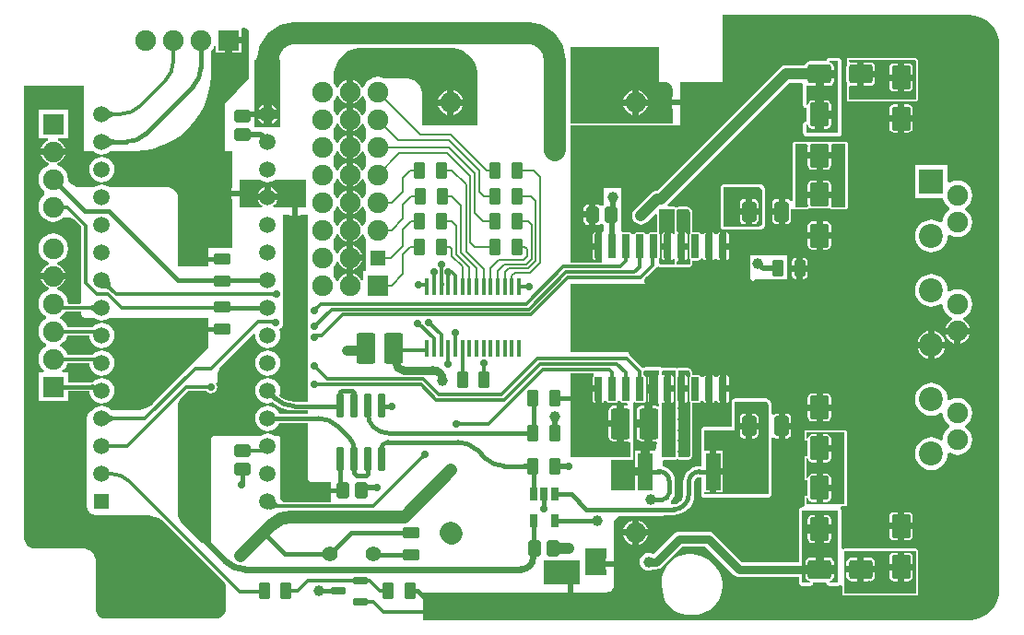
<source format=gbl>
G04 Layer_Physical_Order=2*
G04 Layer_Color=16711680*
%FSLAX43Y43*%
%MOMM*%
G71*
G01*
G75*
%ADD10C,0.400*%
%ADD14C,0.300*%
%ADD15C,1.200*%
%ADD16C,2.000*%
%ADD17C,0.750*%
%ADD18C,1.000*%
%ADD19C,0.500*%
%ADD20C,1.900*%
%ADD21R,1.400X1.400*%
%ADD22R,1.900X1.900*%
%ADD23C,1.400*%
%ADD24C,1.500*%
%ADD25R,1.400X1.400*%
%ADD26R,1.900X1.900*%
%ADD27C,2.200*%
%ADD28R,2.200X2.200*%
%ADD29C,0.700*%
%ADD30C,1.000*%
%ADD31C,0.600*%
G04:AMPARAMS|DCode=32|XSize=1.53mm|YSize=1.02mm|CornerRadius=0.128mm|HoleSize=0mm|Usage=FLASHONLY|Rotation=90.000|XOffset=0mm|YOffset=0mm|HoleType=Round|Shape=RoundedRectangle|*
%AMROUNDEDRECTD32*
21,1,1.530,0.765,0,0,90.0*
21,1,1.275,1.020,0,0,90.0*
1,1,0.255,0.383,0.637*
1,1,0.255,0.383,-0.637*
1,1,0.255,-0.383,-0.637*
1,1,0.255,-0.383,0.637*
%
%ADD32ROUNDEDRECTD32*%
G04:AMPARAMS|DCode=33|XSize=0.61mm|YSize=1.35mm|CornerRadius=0.076mm|HoleSize=0mm|Usage=FLASHONLY|Rotation=90.000|XOffset=0mm|YOffset=0mm|HoleType=Round|Shape=RoundedRectangle|*
%AMROUNDEDRECTD33*
21,1,0.610,1.198,0,0,90.0*
21,1,0.458,1.350,0,0,90.0*
1,1,0.152,0.599,0.229*
1,1,0.152,0.599,-0.229*
1,1,0.152,-0.599,-0.229*
1,1,0.152,-0.599,0.229*
%
%ADD33ROUNDEDRECTD33*%
G04:AMPARAMS|DCode=34|XSize=1.21mm|YSize=1.46mm|CornerRadius=0.151mm|HoleSize=0mm|Usage=FLASHONLY|Rotation=90.000|XOffset=0mm|YOffset=0mm|HoleType=Round|Shape=RoundedRectangle|*
%AMROUNDEDRECTD34*
21,1,1.210,1.157,0,0,90.0*
21,1,0.907,1.460,0,0,90.0*
1,1,0.302,0.579,0.454*
1,1,0.302,0.579,-0.454*
1,1,0.302,-0.579,-0.454*
1,1,0.302,-0.579,0.454*
%
%ADD34ROUNDEDRECTD34*%
G04:AMPARAMS|DCode=35|XSize=0.92mm|YSize=1.08mm|CornerRadius=0.115mm|HoleSize=0mm|Usage=FLASHONLY|Rotation=180.000|XOffset=0mm|YOffset=0mm|HoleType=Round|Shape=RoundedRectangle|*
%AMROUNDEDRECTD35*
21,1,0.920,0.850,0,0,180.0*
21,1,0.690,1.080,0,0,180.0*
1,1,0.230,-0.345,0.425*
1,1,0.230,0.345,0.425*
1,1,0.230,0.345,-0.425*
1,1,0.230,-0.345,-0.425*
%
%ADD35ROUNDEDRECTD35*%
G04:AMPARAMS|DCode=36|XSize=0.92mm|YSize=1.08mm|CornerRadius=0.115mm|HoleSize=0mm|Usage=FLASHONLY|Rotation=90.000|XOffset=0mm|YOffset=0mm|HoleType=Round|Shape=RoundedRectangle|*
%AMROUNDEDRECTD36*
21,1,0.920,0.850,0,0,90.0*
21,1,0.690,1.080,0,0,90.0*
1,1,0.230,0.425,0.345*
1,1,0.230,0.425,-0.345*
1,1,0.230,-0.425,-0.345*
1,1,0.230,-0.425,0.345*
%
%ADD36ROUNDEDRECTD36*%
G04:AMPARAMS|DCode=37|XSize=0.71mm|YSize=2.19mm|CornerRadius=0.089mm|HoleSize=0mm|Usage=FLASHONLY|Rotation=0.000|XOffset=0mm|YOffset=0mm|HoleType=Round|Shape=RoundedRectangle|*
%AMROUNDEDRECTD37*
21,1,0.710,2.013,0,0,0.0*
21,1,0.532,2.190,0,0,0.0*
1,1,0.177,0.266,-1.006*
1,1,0.177,-0.266,-1.006*
1,1,0.177,-0.266,1.006*
1,1,0.177,0.266,1.006*
%
%ADD37ROUNDEDRECTD37*%
%ADD38R,16.650X6.350*%
G04:AMPARAMS|DCode=39|XSize=1.47mm|YSize=0.41mm|CornerRadius=0.051mm|HoleSize=0mm|Usage=FLASHONLY|Rotation=270.000|XOffset=0mm|YOffset=0mm|HoleType=Round|Shape=RoundedRectangle|*
%AMROUNDEDRECTD39*
21,1,1.470,0.307,0,0,270.0*
21,1,1.367,0.410,0,0,270.0*
1,1,0.102,-0.154,-0.684*
1,1,0.102,-0.154,0.684*
1,1,0.102,0.154,0.684*
1,1,0.102,0.154,-0.684*
%
%ADD39ROUNDEDRECTD39*%
G04:AMPARAMS|DCode=40|XSize=0.61mm|YSize=1.26mm|CornerRadius=0.076mm|HoleSize=0mm|Usage=FLASHONLY|Rotation=180.000|XOffset=0mm|YOffset=0mm|HoleType=Round|Shape=RoundedRectangle|*
%AMROUNDEDRECTD40*
21,1,0.610,1.107,0,0,180.0*
21,1,0.458,1.260,0,0,180.0*
1,1,0.152,-0.229,0.554*
1,1,0.152,0.229,0.554*
1,1,0.152,0.229,-0.554*
1,1,0.152,-0.229,-0.554*
%
%ADD40ROUNDEDRECTD40*%
%ADD41R,1.450X3.430*%
G04:AMPARAMS|DCode=42|XSize=1.53mm|YSize=1.02mm|CornerRadius=0.128mm|HoleSize=0mm|Usage=FLASHONLY|Rotation=180.000|XOffset=0mm|YOffset=0mm|HoleType=Round|Shape=RoundedRectangle|*
%AMROUNDEDRECTD42*
21,1,1.530,0.765,0,0,180.0*
21,1,1.275,1.020,0,0,180.0*
1,1,0.255,-0.637,0.383*
1,1,0.255,0.637,0.383*
1,1,0.255,0.637,-0.383*
1,1,0.255,-0.637,-0.383*
%
%ADD42ROUNDEDRECTD42*%
G04:AMPARAMS|DCode=43|XSize=1.76mm|YSize=2.82mm|CornerRadius=0.22mm|HoleSize=0mm|Usage=FLASHONLY|Rotation=0.000|XOffset=0mm|YOffset=0mm|HoleType=Round|Shape=RoundedRectangle|*
%AMROUNDEDRECTD43*
21,1,1.760,2.380,0,0,0.0*
21,1,1.320,2.820,0,0,0.0*
1,1,0.440,0.660,-1.190*
1,1,0.440,-0.660,-1.190*
1,1,0.440,-0.660,1.190*
1,1,0.440,0.660,1.190*
%
%ADD43ROUNDEDRECTD43*%
G04:AMPARAMS|DCode=44|XSize=1.21mm|YSize=1.46mm|CornerRadius=0.151mm|HoleSize=0mm|Usage=FLASHONLY|Rotation=180.000|XOffset=0mm|YOffset=0mm|HoleType=Round|Shape=RoundedRectangle|*
%AMROUNDEDRECTD44*
21,1,1.210,1.157,0,0,180.0*
21,1,0.907,1.460,0,0,180.0*
1,1,0.302,-0.454,0.579*
1,1,0.302,0.454,0.579*
1,1,0.302,0.454,-0.579*
1,1,0.302,-0.454,-0.579*
%
%ADD44ROUNDEDRECTD44*%
G04:AMPARAMS|DCode=45|XSize=0.68mm|YSize=2.17mm|CornerRadius=0.085mm|HoleSize=0mm|Usage=FLASHONLY|Rotation=180.000|XOffset=0mm|YOffset=0mm|HoleType=Round|Shape=RoundedRectangle|*
%AMROUNDEDRECTD45*
21,1,0.680,2.000,0,0,180.0*
21,1,0.510,2.170,0,0,180.0*
1,1,0.170,-0.255,1.000*
1,1,0.170,0.255,1.000*
1,1,0.170,0.255,-1.000*
1,1,0.170,-0.255,-1.000*
%
%ADD45ROUNDEDRECTD45*%
G04:AMPARAMS|DCode=46|XSize=1.74mm|YSize=2.17mm|CornerRadius=0.217mm|HoleSize=0mm|Usage=FLASHONLY|Rotation=0.000|XOffset=0mm|YOffset=0mm|HoleType=Round|Shape=RoundedRectangle|*
%AMROUNDEDRECTD46*
21,1,1.740,1.735,0,0,0.0*
21,1,1.305,2.170,0,0,0.0*
1,1,0.435,0.652,-0.868*
1,1,0.435,-0.652,-0.868*
1,1,0.435,-0.652,0.868*
1,1,0.435,0.652,0.868*
%
%ADD46ROUNDEDRECTD46*%
G04:AMPARAMS|DCode=47|XSize=1.74mm|YSize=2.17mm|CornerRadius=0.217mm|HoleSize=0mm|Usage=FLASHONLY|Rotation=270.000|XOffset=0mm|YOffset=0mm|HoleType=Round|Shape=RoundedRectangle|*
%AMROUNDEDRECTD47*
21,1,1.740,1.735,0,0,270.0*
21,1,1.305,2.170,0,0,270.0*
1,1,0.435,-0.868,-0.652*
1,1,0.435,-0.868,0.652*
1,1,0.435,0.868,0.652*
1,1,0.435,0.868,-0.652*
%
%ADD47ROUNDEDRECTD47*%
G04:AMPARAMS|DCode=48|XSize=1.28mm|YSize=1.87mm|CornerRadius=0.16mm|HoleSize=0mm|Usage=FLASHONLY|Rotation=180.000|XOffset=0mm|YOffset=0mm|HoleType=Round|Shape=RoundedRectangle|*
%AMROUNDEDRECTD48*
21,1,1.280,1.550,0,0,180.0*
21,1,0.960,1.870,0,0,180.0*
1,1,0.320,-0.480,0.775*
1,1,0.320,0.480,0.775*
1,1,0.320,0.480,-0.775*
1,1,0.320,-0.480,-0.775*
%
%ADD48ROUNDEDRECTD48*%
%ADD49C,0.200*%
%ADD50C,0.900*%
%ADD51R,1.600X0.600*%
%ADD52R,0.600X1.600*%
G36*
X8093Y31336D02*
X8107Y31152D01*
X8120Y31070D01*
X8138Y30994D01*
X8159Y30925D01*
X8185Y30862D01*
X8214Y30806D01*
X8248Y30757D01*
X8286Y30714D01*
X8074Y30501D01*
X8031Y30539D01*
X7981Y30573D01*
X7925Y30603D01*
X7862Y30628D01*
X7793Y30649D01*
X7717Y30667D01*
X7635Y30680D01*
X7546Y30689D01*
X7349Y30695D01*
X8092Y31438D01*
X8093Y31336D01*
D02*
G37*
G36*
X61127Y37964D02*
X61237Y37919D01*
X61321Y37834D01*
X61344Y37780D01*
X61367Y37664D01*
Y37664D01*
X61367Y37664D01*
X61367Y37664D01*
X61367Y35764D01*
X61304Y35669D01*
X61281Y35557D01*
Y33544D01*
X61304Y33431D01*
X61367Y33337D01*
Y32926D01*
X61277Y32836D01*
X60171Y32836D01*
X60171Y32836D01*
Y33147D01*
X60272Y33230D01*
Y34550D01*
Y35871D01*
X60171Y35954D01*
X60171Y36290D01*
X60168Y36304D01*
X60169Y36317D01*
X60167Y36336D01*
X60169Y36356D01*
X60168Y36369D01*
X60171Y36382D01*
Y37290D01*
X60168Y37304D01*
X60169Y37317D01*
X60167Y37336D01*
X60169Y37355D01*
X60168Y37369D01*
X60171Y37382D01*
Y37858D01*
X60237Y37932D01*
X60289Y37964D01*
X61127Y37964D01*
D02*
G37*
G36*
X55690Y33488D02*
X55680Y33479D01*
X55671Y33464D01*
X55663Y33442D01*
X55657Y33415D01*
X55651Y33382D01*
X55647Y33343D01*
X55642Y33247D01*
X55642Y33189D01*
X55342D01*
X55342Y33247D01*
X55333Y33382D01*
X55327Y33415D01*
X55321Y33442D01*
X55313Y33464D01*
X55304Y33479D01*
X55294Y33488D01*
X55282Y33491D01*
X55702D01*
X55690Y33488D01*
D02*
G37*
G36*
X23117Y29919D02*
X23097Y29937D01*
X23076Y29953D01*
X23053Y29968D01*
X23028Y29980D01*
X23001Y29991D01*
X22973Y29999D01*
X22943Y30006D01*
X22910Y30010D01*
X22876Y30013D01*
X22841Y30014D01*
Y30314D01*
X22876Y30315D01*
X22910Y30318D01*
X22943Y30323D01*
X22973Y30329D01*
X23001Y30338D01*
X23028Y30348D01*
X23053Y30361D01*
X23076Y30375D01*
X23097Y30391D01*
X23117Y30409D01*
Y29919D01*
D02*
G37*
G36*
X27345Y27430D02*
X27321Y27404D01*
X27299Y27378D01*
X27279Y27352D01*
X27262Y27326D01*
X27248Y27300D01*
X27237Y27274D01*
X27228Y27247D01*
X27222Y27221D01*
X27218Y27194D01*
X27217Y27168D01*
X26870Y27514D01*
X26897Y27515D01*
X26924Y27519D01*
X26950Y27525D01*
X26976Y27534D01*
X27003Y27546D01*
X27029Y27560D01*
X27055Y27577D01*
X27081Y27596D01*
X27107Y27618D01*
X27133Y27642D01*
X27345Y27430D01*
D02*
G37*
G36*
X6806Y28380D02*
X6734Y28452D01*
X6594Y28572D01*
X6526Y28620D01*
X6460Y28662D01*
X6396Y28695D01*
X6334Y28722D01*
X6273Y28740D01*
X6214Y28752D01*
X6157Y28755D01*
Y29055D01*
X6214Y29059D01*
X6273Y29070D01*
X6334Y29089D01*
X6396Y29115D01*
X6460Y29149D01*
X6526Y29190D01*
X6594Y29239D01*
X6663Y29295D01*
X6806Y29430D01*
Y28380D01*
D02*
G37*
G36*
X27345Y28930D02*
X27320Y28904D01*
X27298Y28878D01*
X27279Y28852D01*
X27262Y28826D01*
X27248Y28800D01*
X27237Y28773D01*
X27228Y28747D01*
X27222Y28721D01*
X27218Y28694D01*
X27217Y28668D01*
X26870Y29014D01*
X26897Y29015D01*
X26923Y29019D01*
X26950Y29025D01*
X26976Y29034D01*
X27003Y29045D01*
X27029Y29060D01*
X27055Y29076D01*
X27081Y29096D01*
X27107Y29118D01*
X27133Y29142D01*
X27345Y28930D01*
D02*
G37*
G36*
X59967Y37964D02*
Y37382D01*
X59961Y37336D01*
X59967Y37290D01*
Y36382D01*
X59961Y36336D01*
X59967Y36290D01*
X59967Y35683D01*
X59840Y35669D01*
X59776Y35765D01*
X59681Y35829D01*
X59602Y35844D01*
Y34550D01*
Y33256D01*
X59681Y33272D01*
X59776Y33336D01*
X59840Y33431D01*
X59967Y33418D01*
Y32836D01*
X58657Y32836D01*
X58567Y32926D01*
Y33427D01*
X58570Y33431D01*
X58593Y33544D01*
Y35557D01*
X58570Y35669D01*
X58567Y35674D01*
Y37964D01*
X59967Y37964D01*
D02*
G37*
G36*
X87544Y55736D02*
X88068Y55578D01*
X88550Y55320D01*
X88973Y54973D01*
X89320Y54550D01*
X89578Y54068D01*
X89737Y53544D01*
X89791Y52990D01*
Y3010D01*
X89737Y2456D01*
X89578Y1932D01*
X89320Y1450D01*
X88973Y1027D01*
X88550Y680D01*
X88068Y422D01*
X87544Y264D01*
X87186Y228D01*
X36867Y228D01*
X36867Y2764D01*
X49871Y2764D01*
Y2300D01*
X49887Y2222D01*
X49931Y2156D01*
X49997Y2112D01*
X50075Y2096D01*
X50675D01*
X50753Y2112D01*
X50819Y2156D01*
X50863Y2222D01*
X50879Y2300D01*
Y2764D01*
X53667D01*
X53736Y2768D01*
X53870Y2794D01*
X53997Y2847D01*
X54111Y2923D01*
X54208Y3020D01*
X54284Y3134D01*
X54337Y3261D01*
X54364Y3396D01*
X54367Y3464D01*
X54367Y3464D01*
Y4821D01*
X54825D01*
X54903Y4837D01*
X54969Y4881D01*
X55013Y4947D01*
X55029Y5025D01*
Y5625D01*
X55013Y5703D01*
X54969Y5769D01*
X54903Y5813D01*
X54825Y5829D01*
X54367D01*
Y9133D01*
X54394Y9268D01*
X54447Y9396D01*
X54523Y9511D01*
X54621Y9608D01*
X54735Y9685D01*
X54863Y9737D01*
X54998Y9764D01*
X55067D01*
X55067Y9764D01*
X58967Y9764D01*
Y9854D01*
X59863D01*
X59869Y9856D01*
X60236Y9892D01*
X60594Y10000D01*
X60924Y10177D01*
X61213Y10414D01*
X61450Y10704D01*
X61627Y11034D01*
X61736Y11392D01*
X61772Y11758D01*
X61773Y11764D01*
Y12864D01*
X61770Y12881D01*
X61804Y13054D01*
X61912Y13216D01*
X62073Y13323D01*
X62246Y13358D01*
X62263Y13354D01*
X62457D01*
Y12138D01*
X62409Y12066D01*
X62386Y11949D01*
Y11764D01*
X62409Y11647D01*
X62476Y11548D01*
X62575Y11482D01*
X62692Y11458D01*
X68477Y11458D01*
X68477Y11458D01*
X68594Y11482D01*
X68693Y11548D01*
X68783Y11638D01*
X68850Y11737D01*
X68873Y11854D01*
X68873Y11854D01*
X68873Y16919D01*
X68989Y16974D01*
X69073Y16994D01*
X69174Y16926D01*
X69315Y16898D01*
X69495D01*
Y18040D01*
Y19182D01*
X69315D01*
X69174Y19154D01*
X69073Y19086D01*
X68989Y19106D01*
X68873Y19162D01*
X68873Y19964D01*
X68867Y19994D01*
X68867Y20025D01*
X68843Y20142D01*
X68831Y20169D01*
X68826Y20198D01*
X68804Y20251D01*
X68804Y20251D01*
X68804Y20251D01*
X68762Y20313D01*
X68738Y20350D01*
X68738Y20350D01*
X68738Y20350D01*
X68653Y20435D01*
X68653Y20435D01*
X68653Y20435D01*
X68602Y20469D01*
X68554Y20501D01*
X68554Y20501D01*
X68554Y20501D01*
X68444Y20547D01*
X68444Y20547D01*
X68444Y20547D01*
X68392Y20557D01*
X68327Y20570D01*
X68327Y20570D01*
X68327Y20570D01*
X65500Y20570D01*
X65383Y20547D01*
X65284Y20481D01*
X65217Y20381D01*
X65194Y20264D01*
Y17970D01*
X62692Y17970D01*
X62575Y17947D01*
X62476Y17881D01*
X62409Y17781D01*
X62386Y17664D01*
Y15779D01*
X62409Y15662D01*
X62457Y15591D01*
Y14374D01*
X62263D01*
X62238Y14369D01*
X61969Y14343D01*
X61686Y14257D01*
X61426Y14118D01*
X61197Y13930D01*
X61010Y13702D01*
X60871Y13441D01*
X60785Y13158D01*
X60758Y12890D01*
X60753Y12864D01*
Y11764D01*
X60756Y11750D01*
X60728Y11533D01*
X60638Y11317D01*
X60496Y11131D01*
X60311Y10989D01*
X60095Y10900D01*
X59877Y10871D01*
X59863Y10874D01*
X59662D01*
X59595Y11074D01*
X59630Y11101D01*
X59818Y11347D01*
X59937Y11633D01*
X59977Y11939D01*
X59977D01*
Y12964D01*
X59979D01*
X59931Y13330D01*
X59790Y13670D01*
X59565Y13963D01*
X59273Y14187D01*
X58932Y14328D01*
X58893Y14333D01*
X58870Y14816D01*
X59008Y14960D01*
X59351Y14960D01*
X59367Y14958D01*
X59383Y14960D01*
X60067Y14960D01*
X60145Y14976D01*
X60217Y15017D01*
X60273Y14983D01*
X60279Y14982D01*
X60289Y14976D01*
X60319Y14970D01*
X60349Y14961D01*
X60358Y14962D01*
X60367Y14960D01*
X60751D01*
X60767Y14958D01*
X60783Y14960D01*
X61207Y14960D01*
X61285Y14976D01*
X61358Y15006D01*
X61424Y15051D01*
X61424Y15051D01*
X61481Y15107D01*
X61525Y15173D01*
X61555Y15246D01*
X61571Y15325D01*
Y15364D01*
X61571Y15364D01*
Y20146D01*
X61576Y20150D01*
X62108D01*
X62221Y20172D01*
X62316Y20236D01*
X62372Y20319D01*
X62468Y20331D01*
X62486D01*
X62582Y20319D01*
X62638Y20236D01*
X62733Y20172D01*
X62812Y20156D01*
Y21450D01*
Y22744D01*
X62733Y22729D01*
X62638Y22665D01*
X62582Y22581D01*
X62486Y22569D01*
X62468D01*
X62372Y22581D01*
X62316Y22665D01*
X62221Y22729D01*
X62108Y22751D01*
X61576D01*
X61571Y22755D01*
Y23004D01*
X61555Y23082D01*
X61555Y23082D01*
X61525Y23156D01*
X61481Y23222D01*
X61481Y23222D01*
X61425Y23278D01*
X61414Y23285D01*
X61405Y23295D01*
X61381Y23307D01*
X61359Y23322D01*
X61346Y23324D01*
X61334Y23330D01*
X61220Y23361D01*
X61193Y23363D01*
X61167Y23368D01*
X61049Y23368D01*
X61049Y23368D01*
X61049Y23368D01*
X60271Y23368D01*
X60239Y23362D01*
X60206Y23358D01*
X60200Y23354D01*
X60193Y23353D01*
X60169Y23337D01*
X60145Y23353D01*
X60067Y23368D01*
X58898Y23368D01*
X58898Y23368D01*
X58820Y23353D01*
X58799Y23357D01*
X58783Y23381D01*
X58684Y23447D01*
X58567Y23470D01*
X57367Y23470D01*
X57329Y23463D01*
X57291Y23460D01*
X57163Y23427D01*
X57140Y23416D01*
X57115Y23411D01*
X56993Y23357D01*
X56985Y23351D01*
X55911Y24425D01*
X55993Y24625D01*
X58367D01*
Y28000D01*
Y31375D01*
X57370D01*
X57287Y31575D01*
X58219Y32507D01*
X58297Y32623D01*
X58297Y32625D01*
X58513Y32692D01*
X58513Y32692D01*
X58579Y32648D01*
X58657Y32632D01*
X59967Y32632D01*
X60045Y32648D01*
X60067Y32662D01*
X60073Y32658D01*
X60083Y32654D01*
X60093Y32648D01*
X60121Y32642D01*
X60148Y32634D01*
X60160Y32635D01*
X60171Y32632D01*
X61277Y32632D01*
X61277Y32632D01*
X61355Y32648D01*
X61421Y32692D01*
X61511Y32782D01*
X61555Y32848D01*
X61571Y32926D01*
Y33246D01*
X61576Y33250D01*
X62108D01*
X62221Y33272D01*
X62316Y33336D01*
X62372Y33419D01*
X62468Y33431D01*
X62486D01*
X62582Y33419D01*
X62638Y33336D01*
X62733Y33272D01*
X62812Y33256D01*
Y34550D01*
Y35844D01*
X62733Y35829D01*
X62638Y35765D01*
X62582Y35681D01*
X62486Y35669D01*
X62468D01*
X62372Y35681D01*
X62316Y35765D01*
X62221Y35829D01*
X62108Y35851D01*
X61576D01*
X61571Y35855D01*
X61571Y37664D01*
X61571Y37664D01*
Y37664D01*
X61567Y37684D01*
X61567Y37705D01*
X61544Y37820D01*
X61536Y37839D01*
X61532Y37858D01*
X61510Y37912D01*
X61465Y37978D01*
X61381Y38063D01*
X61381Y38063D01*
X61348Y38085D01*
X61315Y38107D01*
X61315Y38107D01*
X61205Y38153D01*
X61205Y38153D01*
X61127Y38168D01*
X60289Y38168D01*
X60272Y38165D01*
X60255Y38165D01*
X60234Y38157D01*
X60211Y38153D01*
X60111Y38108D01*
X60045Y38153D01*
X59967Y38168D01*
X59395Y38168D01*
X59312Y38368D01*
X70501Y49557D01*
X71642D01*
X71644Y49556D01*
X71723Y49473D01*
X71741Y49449D01*
X71755Y49421D01*
X71772Y49357D01*
X71770Y49337D01*
X71761Y49292D01*
Y47550D01*
X71770Y47506D01*
X71774Y47462D01*
X71781Y47448D01*
X71784Y47433D01*
X71809Y47396D01*
X71831Y47356D01*
X71842Y47347D01*
X71851Y47334D01*
X71888Y47309D01*
X71923Y47281D01*
X71937Y47276D01*
X71950Y47268D01*
X71994Y47259D01*
X72037Y47246D01*
X72087Y47241D01*
Y46048D01*
X72037Y46043D01*
X71994Y46030D01*
X71950Y46021D01*
X71937Y46012D01*
X71923Y46008D01*
X71888Y45980D01*
X71851Y45955D01*
X71842Y45942D01*
X71831Y45932D01*
X71809Y45893D01*
X71784Y45855D01*
X71781Y45840D01*
X71774Y45827D01*
X71770Y45782D01*
X71761Y45738D01*
Y44964D01*
X71784Y44847D01*
X71851Y44748D01*
X71950Y44682D01*
X72067Y44658D01*
X74967Y44658D01*
X75084Y44682D01*
X75183Y44748D01*
X75250Y44847D01*
X75273Y44964D01*
X75273Y51564D01*
X75250Y51681D01*
X75183Y51781D01*
X75084Y51847D01*
X74967Y51870D01*
X74193Y51870D01*
X74149Y51861D01*
X74104Y51857D01*
X74091Y51850D01*
X74076Y51847D01*
X74039Y51822D01*
X73999Y51801D01*
X73989Y51789D01*
X73977Y51781D01*
X73952Y51743D01*
X73923Y51708D01*
X73919Y51694D01*
X73910Y51681D01*
X73902Y51637D01*
X73889Y51594D01*
X73884Y51544D01*
X72419D01*
X72218Y51504D01*
X72046Y51390D01*
X71932Y51219D01*
X71923Y51171D01*
X70167D01*
X69958Y51144D01*
X69764Y51063D01*
X69596Y50935D01*
X58328Y39666D01*
X58158Y39644D01*
X57964Y39563D01*
X57796Y39435D01*
X56296Y37935D01*
X56168Y37768D01*
X56088Y37573D01*
X56060Y37364D01*
X56088Y37155D01*
X56168Y36961D01*
X56296Y36794D01*
X56464Y36665D01*
X56658Y36585D01*
X56867Y36557D01*
X57076Y36585D01*
X57270Y36665D01*
X57438Y36794D01*
X58178Y37534D01*
X58363Y37458D01*
Y35904D01*
X58298Y35851D01*
X57766D01*
X57653Y35829D01*
X57558Y35765D01*
X57502Y35681D01*
X57406Y35669D01*
X57388D01*
X57292Y35681D01*
X57236Y35765D01*
X57141Y35829D01*
X57028Y35851D01*
X56496D01*
X56383Y35829D01*
X56288Y35765D01*
X56232Y35681D01*
X56136Y35669D01*
X56118D01*
X56022Y35681D01*
X55966Y35765D01*
X55871Y35829D01*
X55758Y35851D01*
X55226D01*
X55067Y36020D01*
Y39864D01*
X53467D01*
Y38338D01*
X53405Y38296D01*
X53379Y38258D01*
X53154D01*
X53129Y38296D01*
X53013Y38374D01*
X52876Y38401D01*
X52722D01*
Y37464D01*
Y36527D01*
X52876D01*
X53013Y36555D01*
X53129Y36632D01*
X53336Y36635D01*
X53467Y36507D01*
Y35978D01*
X53431Y35938D01*
X53267Y35841D01*
X53252Y35844D01*
Y34550D01*
Y33123D01*
X53271Y33103D01*
X53287Y33059D01*
X53277Y33021D01*
X50367D01*
X50367Y45635D01*
X59767Y45635D01*
X59787Y45639D01*
X60475D01*
X60475Y47246D01*
X60925D01*
X61003Y47262D01*
X61069Y47306D01*
X61113Y47372D01*
X61129Y47450D01*
Y48050D01*
X61113Y48128D01*
X61069Y48194D01*
X61003Y48238D01*
X60925Y48254D01*
X60475D01*
X60475Y49664D01*
X64367D01*
Y55791D01*
X86990D01*
X87544Y55736D01*
D02*
G37*
G36*
X23767Y51664D02*
X23767Y45464D01*
X21367Y45464D01*
X21367Y51664D01*
X23767Y51664D01*
D02*
G37*
G36*
X40068Y52667D02*
X40530Y52475D01*
X40946Y52197D01*
X41300Y51843D01*
X41578Y51427D01*
X41769Y50965D01*
X41867Y50474D01*
Y48864D01*
Y45664D01*
X36767D01*
X36767Y48564D01*
X36767D01*
X36767Y48564D01*
X36760Y48702D01*
X36707Y48971D01*
X36602Y49224D01*
X36449Y49452D01*
X36255Y49646D01*
X36027Y49799D01*
X35773Y49904D01*
X35504Y49958D01*
X35367Y49964D01*
X33249Y49964D01*
X33019Y50060D01*
X32667Y50106D01*
X32315Y50060D01*
X31986Y49924D01*
X31704Y49707D01*
X31488Y49425D01*
X31357Y49111D01*
X31313Y49098D01*
X31224Y49101D01*
X31131Y49324D01*
X30947Y49564D01*
X30707Y49749D01*
X30427Y49865D01*
X30427Y49865D01*
Y48744D01*
Y47624D01*
X30427Y47624D01*
X30707Y47740D01*
X30947Y47924D01*
X31131Y48164D01*
X31224Y48388D01*
X31313Y48391D01*
X31357Y48378D01*
X31488Y48063D01*
X31567Y47960D01*
Y46988D01*
X31488Y46885D01*
X31357Y46571D01*
X31313Y46558D01*
X31224Y46561D01*
X31131Y46784D01*
X30947Y47024D01*
X30707Y47209D01*
X30427Y47325D01*
X30427Y47325D01*
Y46204D01*
Y45084D01*
X30427Y45084D01*
X30707Y45200D01*
X30947Y45384D01*
X31131Y45624D01*
X31224Y45848D01*
X31313Y45851D01*
X31357Y45838D01*
X31488Y45523D01*
X31567Y45420D01*
Y44448D01*
X31488Y44345D01*
X31357Y44031D01*
X31313Y44018D01*
X31224Y44021D01*
X31131Y44244D01*
X30947Y44484D01*
X30707Y44669D01*
X30427Y44785D01*
X30427Y44785D01*
Y43664D01*
Y42544D01*
X30427Y42544D01*
X30707Y42660D01*
X30947Y42844D01*
X31131Y43084D01*
X31224Y43308D01*
X31313Y43311D01*
X31357Y43298D01*
X31488Y42983D01*
X31567Y42880D01*
Y41908D01*
X31488Y41805D01*
X31357Y41491D01*
X31313Y41478D01*
X31224Y41481D01*
X31131Y41704D01*
X30947Y41944D01*
X30707Y42129D01*
X30427Y42245D01*
X30427Y42245D01*
Y41124D01*
Y40004D01*
X30427Y40004D01*
X30707Y40120D01*
X30947Y40304D01*
X31131Y40544D01*
X31224Y40768D01*
X31313Y40771D01*
X31357Y40758D01*
X31488Y40443D01*
X31567Y40340D01*
X31567Y39368D01*
X31488Y39265D01*
X31357Y38951D01*
X31313Y38938D01*
X31224Y38941D01*
X31131Y39164D01*
X30947Y39404D01*
X30707Y39589D01*
X30427Y39705D01*
X30427Y39705D01*
Y38584D01*
Y37464D01*
X30427Y37464D01*
X30707Y37580D01*
X30947Y37764D01*
X31131Y38004D01*
X31224Y38228D01*
X31313Y38231D01*
X31357Y38218D01*
X31488Y37903D01*
X31567Y37800D01*
Y36828D01*
X31488Y36725D01*
X31357Y36411D01*
X31313Y36398D01*
X31224Y36401D01*
X31131Y36624D01*
X30947Y36864D01*
X30707Y37049D01*
X30427Y37165D01*
X30427Y37165D01*
Y36044D01*
Y34924D01*
X30427Y34924D01*
X30707Y35040D01*
X30947Y35224D01*
X31131Y35464D01*
X31224Y35688D01*
X31313Y35691D01*
X31357Y35678D01*
X31488Y35363D01*
X31567Y35260D01*
Y32314D01*
X31317D01*
Y31428D01*
X31190Y31403D01*
X31131Y31544D01*
X30947Y31784D01*
X30707Y31969D01*
X30427Y32085D01*
X30427Y32085D01*
Y30964D01*
X29827D01*
Y32085D01*
X29827Y32085D01*
X29547Y31969D01*
X29307Y31784D01*
X29122Y31544D01*
X29030Y31321D01*
X28941Y31318D01*
X28896Y31331D01*
X28766Y31645D01*
X28667Y31774D01*
Y32694D01*
X28766Y32823D01*
X28896Y33138D01*
X28941Y33151D01*
X29030Y33148D01*
X29122Y32924D01*
X29307Y32684D01*
X29547Y32500D01*
X29827Y32384D01*
X29827Y32384D01*
Y33504D01*
Y34625D01*
X29827Y34625D01*
X29547Y34509D01*
X29307Y34324D01*
X29122Y34084D01*
X29030Y33861D01*
X28941Y33858D01*
X28896Y33871D01*
X28766Y34185D01*
X28667Y34314D01*
Y35234D01*
X28766Y35363D01*
X28896Y35678D01*
X28941Y35691D01*
X29030Y35688D01*
X29122Y35464D01*
X29307Y35224D01*
X29547Y35040D01*
X29827Y34924D01*
X29827Y34924D01*
Y36044D01*
Y37165D01*
X29827Y37165D01*
X29547Y37049D01*
X29307Y36864D01*
X29122Y36624D01*
X29030Y36401D01*
X28941Y36398D01*
X28896Y36411D01*
X28766Y36725D01*
X28667Y36854D01*
Y37774D01*
X28766Y37903D01*
X28896Y38218D01*
X28941Y38231D01*
X29030Y38228D01*
X29122Y38004D01*
X29307Y37764D01*
X29547Y37580D01*
X29827Y37464D01*
X29827Y37464D01*
Y38584D01*
Y39705D01*
X29827Y39705D01*
X29547Y39589D01*
X29307Y39404D01*
X29122Y39164D01*
X29030Y38941D01*
X28941Y38938D01*
X28896Y38951D01*
X28766Y39265D01*
X28667Y39394D01*
Y40314D01*
X28766Y40443D01*
X28896Y40758D01*
X28941Y40771D01*
X29030Y40768D01*
X29122Y40544D01*
X29307Y40304D01*
X29547Y40120D01*
X29827Y40004D01*
X29827Y40004D01*
Y41124D01*
Y42245D01*
X29827Y42245D01*
X29547Y42129D01*
X29307Y41944D01*
X29122Y41704D01*
X29030Y41481D01*
X28941Y41478D01*
X28896Y41491D01*
X28766Y41805D01*
X28667Y41934D01*
Y42854D01*
X28766Y42983D01*
X28896Y43298D01*
X28941Y43311D01*
X29030Y43308D01*
X29122Y43084D01*
X29307Y42844D01*
X29547Y42660D01*
X29827Y42544D01*
X29827Y42544D01*
Y43664D01*
Y44785D01*
X29827Y44785D01*
X29547Y44669D01*
X29307Y44484D01*
X29122Y44244D01*
X29030Y44021D01*
X28941Y44018D01*
X28896Y44031D01*
X28766Y44345D01*
X28667Y44474D01*
Y45394D01*
X28766Y45523D01*
X28896Y45838D01*
X28941Y45851D01*
X29030Y45848D01*
X29122Y45624D01*
X29307Y45384D01*
X29547Y45200D01*
X29827Y45084D01*
X29827Y45084D01*
Y46204D01*
Y47325D01*
X29827Y47325D01*
X29547Y47209D01*
X29307Y47024D01*
X29122Y46784D01*
X29030Y46561D01*
X28941Y46558D01*
X28896Y46571D01*
X28766Y46885D01*
X28667Y47014D01*
Y47934D01*
X28766Y48063D01*
X28896Y48378D01*
X28941Y48391D01*
X29030Y48388D01*
X29122Y48164D01*
X29307Y47924D01*
X29547Y47740D01*
X29827Y47624D01*
X29827Y47624D01*
Y48744D01*
Y49865D01*
X29827Y49865D01*
X29547Y49749D01*
X29307Y49564D01*
X29122Y49324D01*
X29030Y49101D01*
X28941Y49098D01*
X28896Y49111D01*
X28766Y49425D01*
X28667Y49554D01*
Y50474D01*
X28765Y50965D01*
X28956Y51427D01*
X29234Y51843D01*
X29588Y52197D01*
X30004Y52475D01*
X30466Y52667D01*
X30957Y52764D01*
X39577D01*
X40068Y52667D01*
D02*
G37*
G36*
X7941Y44609D02*
X8005Y44553D01*
X8069Y44505D01*
X8132Y44462D01*
X8196Y44427D01*
X8260Y44397D01*
X8324Y44375D01*
X8387Y44358D01*
X8451Y44349D01*
X8515Y44345D01*
Y43945D01*
X8451Y43942D01*
X8387Y43932D01*
X8324Y43916D01*
X8260Y43893D01*
X8196Y43864D01*
X8132Y43828D01*
X8069Y43786D01*
X8005Y43737D01*
X7941Y43682D01*
X7878Y43620D01*
Y44670D01*
X7941Y44609D01*
D02*
G37*
G36*
X3433Y38590D02*
X3561Y38481D01*
X3623Y38437D01*
X3684Y38399D01*
X3744Y38369D01*
X3803Y38345D01*
X3860Y38328D01*
X3916Y38318D01*
X3971Y38314D01*
Y38014D01*
X3916Y38011D01*
X3860Y38001D01*
X3803Y37984D01*
X3744Y37960D01*
X3684Y37929D01*
X3623Y37892D01*
X3561Y37848D01*
X3498Y37797D01*
X3367Y37674D01*
Y38654D01*
X3433Y38590D01*
D02*
G37*
G36*
X3568Y40618D02*
X3574Y40542D01*
X3584Y40471D01*
X3599Y40403D01*
X3618Y40339D01*
X3642Y40278D01*
X3669Y40222D01*
X3702Y40169D01*
X3739Y40120D01*
X3780Y40074D01*
X3497Y39792D01*
X3452Y39833D01*
X3403Y39869D01*
X3350Y39902D01*
X3293Y39930D01*
X3233Y39953D01*
X3169Y39972D01*
X3101Y39987D01*
X3029Y39997D01*
X2953Y40003D01*
X2874Y40004D01*
X3567Y40697D01*
X3568Y40618D01*
D02*
G37*
G36*
X26067Y38125D02*
X25554D01*
Y38575D01*
X25538Y38653D01*
X25494Y38719D01*
X25428Y38763D01*
X25350Y38779D01*
X24750D01*
X24672Y38763D01*
X24606Y38719D01*
X24562Y38653D01*
X24546Y38575D01*
Y38125D01*
X23117D01*
X23096Y38166D01*
X23083Y38252D01*
X23260Y38388D01*
X23412Y38586D01*
X23486Y38765D01*
X22582D01*
X21678D01*
X21752Y38586D01*
X21904Y38388D01*
X22081Y38252D01*
X22068Y38166D01*
X22047Y38125D01*
X19975D01*
Y38921D01*
X20450D01*
X20528Y38937D01*
X20594Y38981D01*
X20638Y39047D01*
X20654Y39125D01*
Y39725D01*
X20638Y39803D01*
X20594Y39869D01*
X20528Y39913D01*
X20450Y39929D01*
X19975D01*
Y40664D01*
X21919D01*
X22002Y40601D01*
X22282Y40485D01*
X22582Y40445D01*
X22882Y40485D01*
X23162Y40601D01*
X23245Y40664D01*
X26067D01*
X26067Y38125D01*
D02*
G37*
G36*
X27423Y26214D02*
X27387Y26213D01*
X27353Y26210D01*
X27323Y26205D01*
X27297Y26197D01*
X27274Y26187D01*
X27255Y26175D01*
X27239Y26161D01*
X27226Y26145D01*
X27217Y26127D01*
X27212Y26106D01*
X26958Y26502D01*
X27078Y26514D01*
X27423Y26214D01*
D02*
G37*
G36*
X58363Y14067D02*
X58369Y14066D01*
X58412Y14065D01*
X58567Y14064D01*
Y13664D01*
X58361Y13661D01*
Y14067D01*
X58363Y14067D01*
D02*
G37*
G36*
X46523Y13964D02*
X46519Y14002D01*
X46507Y14036D01*
X46487Y14066D01*
X46459Y14092D01*
X46422Y14114D01*
X46378Y14132D01*
X46326Y14146D01*
X46265Y14156D01*
X46197Y14162D01*
X46120Y14164D01*
Y14564D01*
X46197Y14566D01*
X46265Y14572D01*
X46326Y14582D01*
X46378Y14596D01*
X46422Y14614D01*
X46459Y14636D01*
X46487Y14662D01*
X46507Y14692D01*
X46519Y14726D01*
X46523Y14764D01*
Y13964D01*
D02*
G37*
G36*
X37013Y15064D02*
X36987Y15063D01*
X36960Y15060D01*
X36934Y15053D01*
X36908Y15044D01*
X36881Y15033D01*
X36855Y15019D01*
X36829Y15002D01*
X36803Y14983D01*
X36777Y14961D01*
X36751Y14936D01*
X36539Y15148D01*
X36563Y15174D01*
X36585Y15200D01*
X36605Y15226D01*
X36621Y15252D01*
X36636Y15279D01*
X36647Y15305D01*
X36656Y15331D01*
X36662Y15358D01*
X36666Y15384D01*
X36667Y15411D01*
X37013Y15064D01*
D02*
G37*
G36*
X68327Y20264D02*
X68437Y20219D01*
X68521Y20134D01*
X68543Y20081D01*
X68567Y19964D01*
X68567Y19964D01*
X68567Y19964D01*
X68567Y11854D01*
X68477Y11764D01*
X62692Y11764D01*
Y11949D01*
X63182D01*
Y13864D01*
Y15779D01*
X62692D01*
Y17664D01*
X65500Y17664D01*
Y20264D01*
X68327Y20264D01*
D02*
G37*
G36*
X51267Y3464D02*
X50879D01*
Y3900D01*
X50863Y3978D01*
X50819Y4044D01*
X50753Y4089D01*
X50675Y4104D01*
X50075D01*
X49997Y4089D01*
X49931Y4044D01*
X49887Y3978D01*
X49871Y3900D01*
Y3464D01*
X47967Y3464D01*
X47967Y5700D01*
X51267Y5700D01*
X51267Y3464D01*
D02*
G37*
G36*
X53667Y5829D02*
X53225D01*
X53147Y5813D01*
X53081Y5769D01*
X53037Y5703D01*
X53021Y5625D01*
Y5025D01*
X53037Y4947D01*
X53081Y4881D01*
X53147Y4837D01*
X53225Y4821D01*
X53667D01*
Y4364D01*
X51767D01*
Y6764D01*
X53667D01*
Y5829D01*
D02*
G37*
G36*
X23339Y11135D02*
X23357Y11068D01*
X23381Y11008D01*
X23411Y10957D01*
X23447Y10913D01*
X23488Y10878D01*
X23536Y10850D01*
X23589Y10830D01*
X23649Y10818D01*
X23714Y10814D01*
X23624Y10514D01*
X23550Y10513D01*
X23311Y10495D01*
X23137Y10471D01*
X22753Y10395D01*
X23327Y11210D01*
X23339Y11135D01*
D02*
G37*
G36*
X52530Y22847D02*
X52541Y22707D01*
X52478Y22665D01*
X52414Y22569D01*
X52391Y22457D01*
Y21750D01*
X52952D01*
Y21450D01*
X53252D01*
Y20156D01*
X53331Y20172D01*
X53426Y20236D01*
X53482Y20319D01*
X53578Y20331D01*
X53596D01*
X53692Y20319D01*
X53748Y20236D01*
X53843Y20172D01*
X53956Y20150D01*
X54488D01*
X54601Y20172D01*
X54696Y20236D01*
X54752Y20319D01*
X54848Y20331D01*
X54866D01*
X54962Y20319D01*
X55018Y20236D01*
X55113Y20172D01*
X55226Y20150D01*
X55603D01*
X55696Y20012D01*
X55686Y19992D01*
X55605Y19883D01*
X55272D01*
Y18264D01*
Y16646D01*
X55632D01*
X55661Y16652D01*
X55861Y16500D01*
X55861Y15220D01*
X54117D01*
X54000Y15197D01*
X53951Y15164D01*
X50367D01*
Y18864D01*
X50367Y19664D01*
Y21464D01*
Y22907D01*
X52508D01*
X52530Y22847D01*
D02*
G37*
G36*
X23253Y20945D02*
X23255Y20934D01*
X23260Y20919D01*
X23269Y20903D01*
X23282Y20883D01*
X23298Y20862D01*
X23342Y20811D01*
X23400Y20750D01*
X23118Y20467D01*
X23086Y20498D01*
X22984Y20586D01*
X22965Y20598D01*
X22948Y20607D01*
X22934Y20613D01*
X22922Y20614D01*
X22913Y20612D01*
X23255Y20955D01*
X23253Y20945D01*
D02*
G37*
G36*
X58567Y23164D02*
Y22777D01*
X58440Y22709D01*
X58432Y22714D01*
Y21450D01*
Y20186D01*
X58440Y20191D01*
X58567Y20124D01*
Y19882D01*
X58440Y19814D01*
X58386Y19850D01*
X58222Y19883D01*
X57962D01*
Y18264D01*
Y16646D01*
X58222D01*
X58285Y16659D01*
X58386Y16549D01*
X58171Y15779D01*
X57652D01*
Y13864D01*
X57252D01*
Y13637D01*
Y13464D01*
X56327D01*
Y12164D01*
X54117D01*
Y14914D01*
X56167D01*
X56167Y20188D01*
X56258Y20224D01*
X56294Y20232D01*
X56383Y20172D01*
X56496Y20150D01*
X57028D01*
X57141Y20172D01*
X57236Y20236D01*
X57300Y20331D01*
X57323Y20444D01*
Y22457D01*
X57300Y22569D01*
X57236Y22665D01*
X57141Y22729D01*
X57119Y22733D01*
Y23069D01*
X57117Y23077D01*
X57239Y23131D01*
X57367Y23164D01*
X58567Y23164D01*
D02*
G37*
G36*
X24546Y37464D02*
Y36975D01*
X24562Y36897D01*
X24606Y36831D01*
X24672Y36786D01*
X24750Y36771D01*
X25350D01*
X25428Y36786D01*
X25494Y36831D01*
X25538Y36897D01*
X25554Y36975D01*
Y37464D01*
X26267D01*
Y36360D01*
X26225Y36044D01*
X26267Y35728D01*
Y33820D01*
X26225Y33504D01*
X26267Y33188D01*
Y31280D01*
X26225Y30964D01*
X26267Y30648D01*
Y24264D01*
Y20272D01*
X25055D01*
X25037Y20268D01*
X24638Y20308D01*
X24237Y20429D01*
X23867Y20627D01*
X23634Y20819D01*
X23702Y20985D01*
X23742Y21285D01*
X23702Y21586D01*
X23586Y21865D01*
X23402Y22105D01*
X23162Y22290D01*
X22882Y22406D01*
X22582Y22445D01*
X22282Y22406D01*
X22002Y22290D01*
X21762Y22105D01*
X21577Y21865D01*
X21462Y21586D01*
X21422Y21285D01*
X21462Y20985D01*
X21577Y20705D01*
X21762Y20465D01*
X22002Y20281D01*
X22282Y20165D01*
X22582Y20125D01*
X22882Y20165D01*
X23063Y20240D01*
X23322Y20018D01*
X23716Y19777D01*
X24144Y19600D01*
X24594Y19492D01*
X25055Y19455D01*
Y19456D01*
X26267D01*
Y19153D01*
X23658D01*
X23586Y19325D01*
X23402Y19565D01*
X23162Y19750D01*
X22882Y19866D01*
X22582Y19905D01*
X22282Y19866D01*
X22002Y19750D01*
X21762Y19565D01*
X21577Y19325D01*
X21462Y19045D01*
X21422Y18745D01*
X21462Y18445D01*
X21577Y18165D01*
X21762Y17925D01*
X22002Y17741D01*
X22282Y17625D01*
X22582Y17585D01*
X22882Y17625D01*
X23162Y17741D01*
X23402Y17925D01*
X23586Y18165D01*
X23658Y18337D01*
X26267D01*
Y17464D01*
X26267Y13264D01*
X26275Y13186D01*
X26334Y13042D01*
X26445Y12932D01*
X26589Y12872D01*
X26667Y12864D01*
X28367Y12864D01*
X28367Y11064D01*
X24167Y11064D01*
X24087Y11064D01*
X23940Y11125D01*
X23828Y11238D01*
X23767Y11385D01*
X23767Y11464D01*
X23767Y16839D01*
X23767D01*
X23761Y16903D01*
X23712Y17020D01*
X23623Y17110D01*
X23505Y17158D01*
X23442Y17164D01*
X23221D01*
X23162Y17210D01*
X22882Y17326D01*
X22582Y17365D01*
X22282Y17326D01*
X22002Y17210D01*
X21943Y17164D01*
X17692D01*
Y17164D01*
X17629Y17158D01*
X17511Y17110D01*
X17422Y17020D01*
X17373Y16903D01*
X17367Y16839D01*
X17367Y9664D01*
X17367Y7264D01*
X16567Y7264D01*
X14708Y9123D01*
X14708Y9123D01*
Y9123D01*
X14621Y9214D01*
X14500Y9395D01*
X14412Y9607D01*
X14367Y9832D01*
X14367Y9947D01*
X14367Y17164D01*
X14367Y19952D01*
X14367Y20050D01*
X14405Y20242D01*
X14480Y20423D01*
X14580Y20572D01*
X15265Y21257D01*
X16944D01*
X16970Y21218D01*
X17152Y21096D01*
X17367Y21053D01*
X17582Y21096D01*
X17763Y21218D01*
X17885Y21400D01*
X17928Y21614D01*
X17885Y21829D01*
X17823Y21922D01*
X17859Y22040D01*
X17941Y22123D01*
X17986Y22231D01*
X17992Y22289D01*
X17992Y22692D01*
X17992Y22810D01*
X18038Y23042D01*
X18129Y23261D01*
X18260Y23457D01*
X18344Y23541D01*
X21321Y26518D01*
X21435Y26462D01*
X21422Y26365D01*
X21462Y26065D01*
X21577Y25785D01*
X21762Y25545D01*
X22002Y25361D01*
X22282Y25245D01*
X22582Y25205D01*
X22882Y25245D01*
X23162Y25361D01*
X23402Y25545D01*
X23586Y25785D01*
X23702Y26065D01*
X23742Y26365D01*
X23702Y26666D01*
X23627Y26847D01*
X23627Y26866D01*
X23695Y27003D01*
X23779Y27038D01*
X23896Y27155D01*
X23959Y27307D01*
X23967Y27389D01*
X23967Y37464D01*
X24546D01*
D02*
G37*
G36*
X60067Y23164D02*
Y22619D01*
X60034Y22569D01*
X60011Y22457D01*
Y20444D01*
X60034Y20331D01*
X60067Y20282D01*
Y19710D01*
X60061Y19664D01*
X60067Y19618D01*
X60067Y18710D01*
X60061Y18664D01*
X60067Y18618D01*
Y17710D01*
X60061Y17664D01*
X60067Y17618D01*
Y16710D01*
X60061Y16664D01*
X60067Y16618D01*
X60067Y15710D01*
X60061Y15664D01*
X60067Y15618D01*
Y15164D01*
X58857Y15164D01*
X58767Y15254D01*
X58767Y19862D01*
X58771Y19882D01*
Y20124D01*
X58806Y20158D01*
X58894Y20191D01*
X58923Y20172D01*
X59002Y20156D01*
Y21450D01*
Y22744D01*
X58923Y22729D01*
X58894Y22709D01*
X58805Y22743D01*
X58771Y22777D01*
Y23037D01*
X58898Y23164D01*
X60067Y23164D01*
D02*
G37*
G36*
X61167Y23164D02*
X61167D01*
X61281Y23133D01*
X61336Y23078D01*
X61367Y23004D01*
Y22664D01*
X61304Y22569D01*
X61281Y22457D01*
Y20444D01*
X61304Y20331D01*
X61367Y20237D01*
Y15364D01*
X61367Y15364D01*
Y15325D01*
X61336Y15251D01*
X61280Y15195D01*
X61207Y15164D01*
X60367Y15164D01*
X60271Y15279D01*
Y15618D01*
X60268Y15632D01*
X60269Y15645D01*
X60267Y15664D01*
X60269Y15683D01*
X60268Y15697D01*
X60271Y15710D01*
X60271Y16618D01*
X60268Y16632D01*
X60269Y16645D01*
X60267Y16664D01*
X60269Y16683D01*
X60268Y16697D01*
X60271Y16710D01*
Y17618D01*
X60268Y17632D01*
X60269Y17645D01*
X60267Y17664D01*
X60269Y17684D01*
X60268Y17697D01*
X60271Y17710D01*
Y18618D01*
X60268Y18632D01*
X60269Y18645D01*
X60267Y18664D01*
X60269Y18684D01*
X60268Y18697D01*
X60271Y18710D01*
X60271Y19618D01*
X60268Y19632D01*
X60269Y19645D01*
X60267Y19664D01*
X60269Y19684D01*
X60268Y19697D01*
X60271Y19710D01*
Y20121D01*
X60272Y20122D01*
Y21450D01*
Y22779D01*
X60271Y22780D01*
Y23164D01*
X60271Y23164D01*
X61049Y23164D01*
X61167Y23164D01*
D02*
G37*
G36*
X40136Y18491D02*
X40158Y18475D01*
X40181Y18461D01*
X40206Y18448D01*
X40233Y18438D01*
X40261Y18429D01*
X40291Y18423D01*
X40324Y18418D01*
X40357Y18415D01*
X40393Y18414D01*
Y18114D01*
X40357Y18113D01*
X40324Y18110D01*
X40291Y18106D01*
X40261Y18099D01*
X40233Y18091D01*
X40206Y18080D01*
X40181Y18068D01*
X40158Y18053D01*
X40136Y18037D01*
X40117Y18019D01*
Y18509D01*
X40136Y18491D01*
D02*
G37*
G36*
X7950Y19199D02*
X8090Y19079D01*
X8158Y19030D01*
X8224Y18989D01*
X8288Y18955D01*
X8350Y18929D01*
X8411Y18910D01*
X8470Y18899D01*
X8527Y18895D01*
Y18595D01*
X8470Y18592D01*
X8411Y18580D01*
X8350Y18562D01*
X8288Y18535D01*
X8224Y18502D01*
X8158Y18460D01*
X8090Y18412D01*
X8021Y18355D01*
X7878Y18220D01*
Y19270D01*
X7950Y19199D01*
D02*
G37*
G36*
X14332Y52898D02*
X14224Y52770D01*
X14179Y52708D01*
X14142Y52647D01*
X14111Y52587D01*
X14088Y52529D01*
X14071Y52471D01*
X14060Y52415D01*
X14057Y52361D01*
X13757D01*
X13754Y52415D01*
X13743Y52471D01*
X13726Y52529D01*
X13703Y52587D01*
X13672Y52647D01*
X13635Y52708D01*
X13590Y52770D01*
X13539Y52834D01*
X13417Y52964D01*
X14397D01*
X14332Y52898D01*
D02*
G37*
G36*
X58567Y49664D02*
X59067D01*
X59067Y49664D01*
X59067D01*
X59185Y49654D01*
X59271Y49637D01*
X59399Y49585D01*
X59513Y49508D01*
X59611Y49411D01*
X59687Y49296D01*
X59740Y49168D01*
X59767Y49033D01*
X59767Y48964D01*
X59767Y48254D01*
X59325D01*
X59247Y48238D01*
X59181Y48194D01*
X59137Y48128D01*
X59121Y48050D01*
Y47450D01*
X59137Y47372D01*
X59181Y47306D01*
X59247Y47262D01*
X59325Y47246D01*
X59677D01*
X59767Y47156D01*
X59767Y45839D01*
X50367Y45839D01*
X50367Y49664D01*
Y51564D01*
X50367Y52864D01*
X58567D01*
Y49664D01*
D02*
G37*
G36*
X74967Y51564D02*
X74967Y44964D01*
X72067Y44964D01*
Y45738D01*
X72194Y45751D01*
X72221Y45614D01*
X72313Y45476D01*
X72452Y45384D01*
X72614Y45351D01*
X72867D01*
Y46644D01*
Y47937D01*
X72614D01*
X72452Y47905D01*
X72313Y47813D01*
X72221Y47675D01*
X72194Y47538D01*
X72067Y47550D01*
Y49292D01*
X72194Y49360D01*
X72257Y49319D01*
X72419Y49286D01*
X72887D01*
Y50364D01*
X73287D01*
Y50764D01*
X74580D01*
Y51017D01*
X74548Y51180D01*
X74455Y51318D01*
X74317Y51410D01*
X74180Y51437D01*
X74193Y51564D01*
X74967Y51564D01*
D02*
G37*
G36*
X7950Y47139D02*
X8090Y47019D01*
X8158Y46970D01*
X8224Y46929D01*
X8288Y46895D01*
X8350Y46869D01*
X8411Y46850D01*
X8470Y46839D01*
X8527Y46835D01*
Y46535D01*
X8470Y46532D01*
X8411Y46520D01*
X8350Y46502D01*
X8288Y46475D01*
X8224Y46442D01*
X8158Y46400D01*
X8090Y46352D01*
X8021Y46295D01*
X7878Y46160D01*
Y47210D01*
X7950Y47139D01*
D02*
G37*
G36*
X16882Y52907D02*
X16833Y52850D01*
X16789Y52792D01*
X16751Y52733D01*
X16719Y52675D01*
X16693Y52615D01*
X16673Y52555D01*
X16659Y52495D01*
X16650Y52435D01*
X16647Y52373D01*
X16247D01*
X16244Y52435D01*
X16235Y52495D01*
X16221Y52555D01*
X16201Y52615D01*
X16174Y52675D01*
X16143Y52733D01*
X16105Y52792D01*
X16061Y52850D01*
X16012Y52907D01*
X15957Y52964D01*
X16937D01*
X16882Y52907D01*
D02*
G37*
G36*
X20649Y54590D02*
X20791Y54449D01*
X20860Y54282D01*
X20867Y54164D01*
D01*
X20867Y54047D01*
X20867Y49962D01*
X18676Y47622D01*
X18676Y43264D01*
X19325Y43264D01*
X19325Y39929D01*
X18850D01*
X18772Y39913D01*
X18706Y39869D01*
X18661Y39803D01*
X18646Y39725D01*
Y39125D01*
X18661Y39047D01*
X18706Y38981D01*
X18772Y38937D01*
X18850Y38921D01*
X19325D01*
X19325Y34414D01*
X17117Y34414D01*
Y32664D01*
X14367D01*
X14367Y34414D01*
X14367Y37964D01*
X14367Y38964D01*
X14362Y39062D01*
X14324Y39255D01*
X14249Y39436D01*
X14140Y39599D01*
X14001Y39737D01*
X13838Y39846D01*
X13657Y39921D01*
X13485Y39956D01*
X13465Y39960D01*
X13367Y39964D01*
X13367Y39964D01*
X13367Y39964D01*
Y39964D01*
X8059Y39964D01*
X7922Y40070D01*
X7642Y40186D01*
X7342Y40225D01*
X7042Y40186D01*
X6762Y40070D01*
X6625Y39964D01*
X5450D01*
X5311Y39964D01*
X5039Y40018D01*
X4783Y40124D01*
X4553Y40278D01*
X4455Y40376D01*
X4455Y40376D01*
X4217Y40614D01*
X4229Y40704D01*
X4182Y41057D01*
X4046Y41385D01*
X3830Y41667D01*
X3548Y41884D01*
X3233Y42014D01*
X3221Y42059D01*
X3223Y42147D01*
X3447Y42240D01*
X3687Y42424D01*
X3871Y42664D01*
X3987Y42944D01*
X3987Y42944D01*
X2867D01*
X1747D01*
X1747Y42944D01*
X1862Y42664D01*
X2047Y42424D01*
X2287Y42240D01*
X2511Y42147D01*
X2513Y42059D01*
X2501Y42014D01*
X2186Y41884D01*
X1904Y41667D01*
X1688Y41385D01*
X1552Y41057D01*
X1505Y40704D01*
X1552Y40352D01*
X1688Y40023D01*
X1904Y39741D01*
X2067Y39617D01*
X2067Y39252D01*
X1904Y39127D01*
X1688Y38845D01*
X1552Y38517D01*
X1505Y38164D01*
X1552Y37812D01*
X1688Y37483D01*
X1904Y37201D01*
X2186Y36985D01*
X2515Y36849D01*
X2867Y36803D01*
X3219Y36849D01*
X3548Y36985D01*
X3781Y37164D01*
X4267Y37164D01*
X4383Y37164D01*
X4612Y37119D01*
X4775Y37051D01*
X5337Y36490D01*
X5404Y36327D01*
X5450Y36099D01*
X5450Y35984D01*
Y35981D01*
X5450D01*
X5450Y35981D01*
X5450Y29389D01*
X5324Y29262D01*
X4240D01*
X4229Y29275D01*
X4182Y29628D01*
X4046Y29956D01*
X3830Y30238D01*
X3548Y30455D01*
X3233Y30585D01*
X3221Y30630D01*
X3223Y30718D01*
X3447Y30811D01*
X3687Y30995D01*
X3871Y31235D01*
X3987Y31515D01*
X3987Y31515D01*
X2867D01*
X1747D01*
X1747Y31515D01*
X1862Y31235D01*
X2047Y30995D01*
X2287Y30811D01*
X2511Y30718D01*
X2513Y30630D01*
X2501Y30585D01*
X2186Y30455D01*
X1904Y30238D01*
X1688Y29956D01*
X1552Y29628D01*
X1505Y29275D01*
X1552Y28923D01*
X1688Y28594D01*
X1904Y28312D01*
X2186Y28096D01*
X2252Y28069D01*
Y27942D01*
X2186Y27915D01*
X1904Y27698D01*
X1688Y27416D01*
X1552Y27088D01*
X1505Y26735D01*
X1552Y26383D01*
X1688Y26054D01*
X1904Y25772D01*
X2186Y25556D01*
X2252Y25529D01*
Y25402D01*
X2186Y25375D01*
X1904Y25158D01*
X1688Y24876D01*
X1552Y24548D01*
X1505Y24195D01*
X1552Y23843D01*
X1688Y23514D01*
X1904Y23232D01*
X2035Y23132D01*
X1992Y23005D01*
X1517D01*
Y20305D01*
X4217D01*
Y21247D01*
X6187D01*
X6222Y20985D01*
X6337Y20705D01*
X6522Y20465D01*
X6762Y20281D01*
X7042Y20165D01*
X7342Y20125D01*
X7642Y20165D01*
X7922Y20281D01*
X8162Y20465D01*
X8346Y20705D01*
X8462Y20985D01*
X8502Y21285D01*
X8462Y21586D01*
X8346Y21865D01*
X8162Y22105D01*
X7922Y22290D01*
X7642Y22406D01*
X7342Y22445D01*
X7042Y22406D01*
X6762Y22290D01*
X6522Y22105D01*
X6487Y22060D01*
X6449Y22063D01*
Y22063D01*
X4217D01*
Y23005D01*
X3742D01*
X3699Y23132D01*
X3830Y23232D01*
X4046Y23514D01*
X4180Y23838D01*
X6171D01*
X6182Y23825D01*
X6222Y23525D01*
X6337Y23245D01*
X6522Y23005D01*
X6762Y22821D01*
X7042Y22705D01*
X7342Y22665D01*
X7642Y22705D01*
X7922Y22821D01*
X8162Y23005D01*
X8346Y23245D01*
X8462Y23525D01*
X8502Y23825D01*
X8462Y24125D01*
X8346Y24405D01*
X8162Y24645D01*
X7922Y24830D01*
X7642Y24946D01*
X7342Y24985D01*
X7042Y24946D01*
X6762Y24830D01*
X6522Y24645D01*
X6451Y24553D01*
X6449Y24553D01*
Y24552D01*
X4180D01*
X4046Y24876D01*
X3830Y25158D01*
X3548Y25375D01*
X3482Y25402D01*
Y25529D01*
X3548Y25556D01*
X3830Y25772D01*
X4046Y26054D01*
X4180Y26378D01*
X6171D01*
X6182Y26365D01*
X6222Y26065D01*
X6337Y25785D01*
X6522Y25545D01*
X6762Y25361D01*
X7042Y25245D01*
X7342Y25205D01*
X7642Y25245D01*
X7922Y25361D01*
X8162Y25545D01*
X8346Y25785D01*
X8462Y26065D01*
X8502Y26365D01*
X8462Y26666D01*
X8346Y26945D01*
X8162Y27185D01*
X7922Y27370D01*
X7642Y27486D01*
X7342Y27525D01*
X7042Y27486D01*
X6762Y27370D01*
X6522Y27185D01*
X6451Y27093D01*
X6449Y27093D01*
Y27092D01*
X4180D01*
X4046Y27416D01*
X3830Y27698D01*
X3548Y27915D01*
X3482Y27942D01*
Y28069D01*
X3548Y28096D01*
X3830Y28312D01*
X4011Y28548D01*
X5450D01*
Y28381D01*
X5458Y28300D01*
X5520Y28150D01*
X5635Y28035D01*
X5786Y27972D01*
X5867Y27964D01*
X6679D01*
X6762Y27901D01*
X7042Y27785D01*
X7342Y27745D01*
X7642Y27785D01*
X7922Y27901D01*
X8005Y27964D01*
X10967Y27964D01*
X17117Y27964D01*
X17117Y25214D01*
X12021Y20118D01*
X11865Y19962D01*
X11500Y19718D01*
X11094Y19550D01*
X10662Y19464D01*
X10443Y19464D01*
X8240Y19464D01*
X8162Y19565D01*
X7922Y19750D01*
X7642Y19866D01*
X7342Y19905D01*
X7042Y19866D01*
X6762Y19750D01*
X6522Y19565D01*
X6401Y19408D01*
X6337Y19382D01*
X6223Y19306D01*
X6126Y19208D01*
X6049Y19094D01*
X5997Y18968D01*
X5981Y18886D01*
X5970Y18833D01*
X5967Y18764D01*
X5967Y18764D01*
X5967Y18764D01*
X5967Y10725D01*
X5971Y10641D01*
X6004Y10475D01*
X6069Y10319D01*
X6162Y10179D01*
X6242Y10099D01*
Y10025D01*
X6333D01*
X6422Y9966D01*
X6578Y9901D01*
X6744Y9868D01*
X6828Y9864D01*
X11160Y9864D01*
X11315Y9864D01*
X11623Y9834D01*
X11928Y9774D01*
X12224Y9684D01*
X12511Y9565D01*
X12784Y9419D01*
X13042Y9246D01*
X13255Y9071D01*
X18515Y3812D01*
X18634Y3634D01*
X18722Y3421D01*
X18767Y3196D01*
X18767Y3080D01*
X18767Y3078D01*
X18767D01*
X18767Y3078D01*
X18767Y1364D01*
X18767Y1266D01*
X18729Y1073D01*
X18653Y891D01*
X18544Y727D01*
X18405Y587D01*
X18241Y478D01*
X18059Y403D01*
X17892Y369D01*
X17767Y364D01*
X17767Y364D01*
X7667Y364D01*
X7578Y364D01*
X7404Y399D01*
X7241Y467D01*
X7093Y565D01*
X6968Y691D01*
X6869Y838D01*
X6802Y1002D01*
X6767Y1176D01*
X6767Y1264D01*
X6767Y5664D01*
X6762Y5772D01*
X6720Y5984D01*
X6637Y6183D01*
X6517Y6362D01*
X6365Y6515D01*
X6186Y6634D01*
X5986Y6717D01*
X5785Y6757D01*
X5775Y6759D01*
X5667Y6764D01*
X5667Y6764D01*
X5667Y6764D01*
Y6764D01*
X1267D01*
X1165Y6764D01*
X964Y6804D01*
X775Y6882D01*
X605Y6996D01*
X460Y7141D01*
X347Y7311D01*
X268Y7500D01*
X228Y7701D01*
X228Y7803D01*
X228Y49264D01*
X5667Y49264D01*
X5667Y43264D01*
X6601D01*
X6762Y43141D01*
X7042Y43025D01*
X7342Y42985D01*
X7642Y43025D01*
X7922Y43141D01*
X8083Y43264D01*
X10167D01*
X10520Y43273D01*
X11223Y43342D01*
X11916Y43480D01*
X12593Y43685D01*
X13245Y43956D01*
X13868Y44289D01*
X14456Y44681D01*
X15002Y45129D01*
X15502Y45629D01*
X15950Y46175D01*
X16343Y46763D01*
X16676Y47386D01*
X16946Y48039D01*
X17151Y48715D01*
X17289Y49408D01*
X17358Y50111D01*
X17367Y50464D01*
X17367Y50464D01*
Y52469D01*
X17410Y52501D01*
X17626Y52783D01*
X17710Y52986D01*
X17837Y52960D01*
Y52314D01*
X18687D01*
Y53464D01*
X18987D01*
Y53764D01*
X20137D01*
Y54540D01*
X20242Y54667D01*
X20365Y54667D01*
X20465Y54667D01*
X20649Y54590D01*
D02*
G37*
%LPC*%
G36*
X60872Y35844D02*
Y34850D01*
X61133D01*
Y35557D01*
X61110Y35669D01*
X61046Y35765D01*
X60951Y35829D01*
X60872Y35844D01*
D02*
G37*
G36*
X61133Y34250D02*
X60872D01*
Y33256D01*
X60951Y33272D01*
X61046Y33336D01*
X61110Y33431D01*
X61133Y33544D01*
Y34250D01*
D02*
G37*
G36*
X59002Y35844D02*
X58923Y35829D01*
X58828Y35765D01*
X58764Y35669D01*
X58741Y35557D01*
Y34850D01*
X59002D01*
Y35844D01*
D02*
G37*
G36*
Y34250D02*
X58741D01*
Y33544D01*
X58764Y33431D01*
X58828Y33336D01*
X58923Y33272D01*
X59002Y33256D01*
Y34250D01*
D02*
G37*
G36*
X64682Y22744D02*
Y21750D01*
X64943D01*
Y22457D01*
X64920Y22569D01*
X64856Y22665D01*
X64761Y22729D01*
X64682Y22744D01*
D02*
G37*
G36*
X64943Y21150D02*
X64682D01*
Y20156D01*
X64761Y20172D01*
X64856Y20236D01*
X64920Y20331D01*
X64943Y20444D01*
Y21150D01*
D02*
G37*
G36*
X73919Y21037D02*
X73567D01*
Y20044D01*
X74345D01*
Y20612D01*
X74313Y20775D01*
X74220Y20913D01*
X74082Y21005D01*
X73919Y21037D01*
D02*
G37*
G36*
X72967D02*
X72614D01*
X72452Y21005D01*
X72313Y20913D01*
X72221Y20775D01*
X72189Y20612D01*
Y20044D01*
X72967D01*
Y21037D01*
D02*
G37*
G36*
X64082Y22744D02*
X64003Y22729D01*
X63908Y22665D01*
X63852Y22581D01*
X63756Y22569D01*
X63738D01*
X63642Y22581D01*
X63586Y22665D01*
X63491Y22729D01*
X63412Y22744D01*
Y21450D01*
Y20156D01*
X63491Y20172D01*
X63586Y20236D01*
X63642Y20319D01*
X63738Y20331D01*
X63756D01*
X63852Y20319D01*
X63908Y20236D01*
X64003Y20172D01*
X64082Y20156D01*
Y21450D01*
Y22744D01*
D02*
G37*
G36*
X83843Y26772D02*
Y25800D01*
X84815D01*
X84810Y25839D01*
X84679Y26156D01*
X84470Y26427D01*
X84199Y26636D01*
X83882Y26767D01*
X83843Y26772D01*
D02*
G37*
G36*
X83243D02*
X83204Y26767D01*
X82887Y26636D01*
X82616Y26427D01*
X82407Y26156D01*
X82276Y25839D01*
X82271Y25800D01*
X83243D01*
Y26772D01*
D02*
G37*
G36*
X87063Y26450D02*
X86243D01*
Y25630D01*
X86243Y25630D01*
X86523Y25746D01*
X86763Y25930D01*
X86947Y26170D01*
X87063Y26450D01*
X87063Y26450D01*
D02*
G37*
G36*
X83543Y32007D02*
X83249Y31978D01*
X82966Y31893D01*
X82706Y31753D01*
X82477Y31566D01*
X82290Y31337D01*
X82150Y31077D01*
X82065Y30794D01*
X82036Y30500D01*
X82065Y30206D01*
X82150Y29923D01*
X82290Y29663D01*
X82477Y29434D01*
X82706Y29247D01*
X82966Y29107D01*
X83249Y29022D01*
X83543Y28993D01*
X83837Y29022D01*
X84120Y29107D01*
X84380Y29247D01*
X84392Y29256D01*
X84593Y29162D01*
X84628Y28898D01*
X84764Y28569D01*
X84980Y28287D01*
X85262Y28071D01*
X85433Y28000D01*
X85433Y27784D01*
X85363Y27755D01*
X85123Y27570D01*
X84938Y27330D01*
X84823Y27051D01*
X84823Y27050D01*
X85943D01*
X87063D01*
X87063Y27051D01*
X86947Y27330D01*
X86763Y27570D01*
X86523Y27755D01*
X86453Y27784D01*
X86453Y28000D01*
X86624Y28071D01*
X86906Y28287D01*
X87122Y28569D01*
X87258Y28898D01*
X87305Y29250D01*
X87258Y29603D01*
X87122Y29931D01*
X86906Y30213D01*
X86624Y30430D01*
X86295Y30566D01*
X85943Y30612D01*
X85591Y30566D01*
X85262Y30430D01*
X85225Y30401D01*
X85127Y30456D01*
X85049Y30518D01*
X85021Y30794D01*
X84936Y31077D01*
X84796Y31337D01*
X84609Y31566D01*
X84380Y31753D01*
X84120Y31893D01*
X83837Y31978D01*
X83543Y32007D01*
D02*
G37*
G36*
X85643Y26450D02*
X84823D01*
X84823Y26450D01*
X84938Y26170D01*
X85123Y25930D01*
X85363Y25746D01*
X85643Y25630D01*
X85643Y25630D01*
Y26450D01*
D02*
G37*
G36*
X83243Y25200D02*
X82271D01*
X82276Y25161D01*
X82407Y24844D01*
X82616Y24573D01*
X82887Y24364D01*
X83204Y24233D01*
X83243Y24228D01*
Y25200D01*
D02*
G37*
G36*
X67192Y27700D02*
X58967D01*
Y24625D01*
X67192D01*
Y27700D01*
D02*
G37*
G36*
X84815Y25200D02*
X83843D01*
Y24228D01*
X83882Y24233D01*
X84199Y24364D01*
X84470Y24573D01*
X84679Y24844D01*
X84810Y25161D01*
X84815Y25200D01*
D02*
G37*
G36*
X81419Y10137D02*
X81067D01*
Y9144D01*
X81845D01*
Y9712D01*
X81813Y9875D01*
X81720Y10013D01*
X81582Y10105D01*
X81419Y10137D01*
D02*
G37*
G36*
X80467D02*
X80114D01*
X79952Y10105D01*
X79813Y10013D01*
X79721Y9875D01*
X79689Y9712D01*
Y9144D01*
X80467D01*
Y10137D01*
D02*
G37*
G36*
X56667Y9371D02*
Y8550D01*
X57487D01*
X57487Y8550D01*
X57371Y8830D01*
X57187Y9070D01*
X56947Y9255D01*
X56667Y9371D01*
X56667Y9371D01*
D02*
G37*
G36*
X56067D02*
X56067Y9371D01*
X55787Y9255D01*
X55547Y9070D01*
X55362Y8830D01*
X55247Y8550D01*
X55247Y8550D01*
X56067D01*
Y9371D01*
D02*
G37*
G36*
X57487Y7950D02*
X56667D01*
Y7130D01*
X56667Y7130D01*
X56947Y7246D01*
X57187Y7430D01*
X57371Y7670D01*
X57487Y7950D01*
X57487Y7950D01*
D02*
G37*
G36*
X61555Y6264D02*
X61367Y6264D01*
X61173Y6264D01*
X60789Y6207D01*
X60418Y6093D01*
X60068Y5925D01*
X59747Y5707D01*
X59461Y5444D01*
X59218Y5141D01*
X59023Y4805D01*
X58879Y4445D01*
X58791Y4067D01*
X58760Y3680D01*
X58786Y3292D01*
X58828Y3103D01*
X58828Y2884D01*
X58908Y2453D01*
X59066Y2044D01*
X59295Y1671D01*
X59589Y1346D01*
X59938Y1080D01*
X60329Y882D01*
X60750Y759D01*
X60968Y738D01*
X61171Y693D01*
X61587Y664D01*
X62002Y698D01*
X62408Y792D01*
X62795Y946D01*
X63155Y1156D01*
X63480Y1417D01*
X63762Y1723D01*
X63996Y2068D01*
X64176Y2444D01*
X64299Y2842D01*
X64360Y3254D01*
Y3462D01*
X64360Y3462D01*
X64348Y3650D01*
X64276Y4020D01*
X64159Y4378D01*
X63998Y4718D01*
X63795Y5036D01*
X63555Y5326D01*
X63280Y5583D01*
X62975Y5804D01*
X62644Y5985D01*
X62294Y6124D01*
X61929Y6217D01*
X61555Y6264D01*
D02*
G37*
G36*
X75567Y17668D02*
X72067D01*
X71989Y17653D01*
X71923Y17608D01*
X71879Y17542D01*
X71863Y17464D01*
Y16890D01*
X71869Y16861D01*
X71872Y16831D01*
X71877Y16822D01*
X71879Y16812D01*
X71895Y16787D01*
X71909Y16761D01*
X71917Y16755D01*
X71923Y16746D01*
X71948Y16729D01*
X71971Y16710D01*
X71981Y16708D01*
X71989Y16702D01*
X72018Y16696D01*
X72047Y16687D01*
X72174Y16675D01*
X72189Y16661D01*
Y15307D01*
X72174Y15294D01*
X72047Y15281D01*
X72018Y15273D01*
X71989Y15267D01*
X71981Y15261D01*
X71971Y15258D01*
X71948Y15239D01*
X71923Y15222D01*
X71917Y15214D01*
X71909Y15208D01*
X71895Y15181D01*
X71879Y15156D01*
X71877Y15146D01*
X71872Y15137D01*
X71869Y15108D01*
X71863Y15078D01*
X71863Y13250D01*
X71869Y13221D01*
X71872Y13191D01*
X71877Y13182D01*
X71879Y13172D01*
X71895Y13147D01*
X71909Y13121D01*
X71917Y13115D01*
X71923Y13106D01*
X71948Y13089D01*
X71971Y13070D01*
X71981Y13068D01*
X71989Y13062D01*
X72018Y13056D01*
X72047Y13047D01*
X72174Y13035D01*
X72189Y13021D01*
Y11667D01*
X72174Y11654D01*
X72047Y11641D01*
X72018Y11633D01*
X71989Y11627D01*
X71981Y11621D01*
X71971Y11618D01*
X71948Y11599D01*
X71923Y11582D01*
X71917Y11574D01*
X71909Y11568D01*
X71895Y11541D01*
X71879Y11516D01*
X71877Y11506D01*
X71872Y11497D01*
X71869Y11468D01*
X71863Y11438D01*
Y10864D01*
X71879Y10786D01*
X71889Y10770D01*
X71826Y10602D01*
X71801Y10570D01*
X71667D01*
X71550Y10547D01*
X71451Y10481D01*
X71384Y10381D01*
X71361Y10264D01*
Y5545D01*
X66149D01*
X63548Y8146D01*
X63407Y8254D01*
X63243Y8322D01*
X63067Y8345D01*
X63067Y8345D01*
X60367D01*
X60367Y8345D01*
X60191Y8322D01*
X60027Y8254D01*
X59886Y8146D01*
X59886Y8146D01*
X57989Y6249D01*
X57970Y6263D01*
X57776Y6344D01*
X57567Y6371D01*
X57358Y6344D01*
X57164Y6263D01*
X56996Y6135D01*
X56868Y5968D01*
X56788Y5773D01*
X56760Y5564D01*
X56788Y5355D01*
X56868Y5161D01*
X56996Y4994D01*
X57164Y4865D01*
X57358Y4785D01*
X57567Y4757D01*
X57776Y4785D01*
X57970Y4865D01*
X57994Y4883D01*
X58267D01*
X58267Y4883D01*
X58355Y4895D01*
X58443Y4907D01*
X58607Y4975D01*
X58748Y5083D01*
X60649Y6983D01*
X62785D01*
X65386Y4383D01*
X65386Y4383D01*
X65527Y4275D01*
X65691Y4207D01*
X65867Y4183D01*
X71361D01*
Y3664D01*
X71384Y3547D01*
X71451Y3448D01*
X71550Y3382D01*
X71667Y3358D01*
X72381D01*
X72425Y3367D01*
X72470Y3372D01*
X72483Y3379D01*
X72498Y3382D01*
X72535Y3407D01*
X72575Y3428D01*
X72585Y3440D01*
X72597Y3448D01*
X72622Y3485D01*
X72651Y3520D01*
X72655Y3535D01*
X72664Y3547D01*
X72672Y3591D01*
X72685Y3634D01*
X72690Y3684D01*
X73884D01*
X73889Y3634D01*
X73902Y3591D01*
X73910Y3547D01*
X73919Y3535D01*
X73923Y3520D01*
X73952Y3485D01*
X73977Y3448D01*
X73989Y3440D01*
X73999Y3428D01*
X74039Y3407D01*
X74076Y3382D01*
X74091Y3379D01*
X74104Y3372D01*
X74149Y3367D01*
X74193Y3358D01*
X74967D01*
X75084Y3382D01*
X75163Y3434D01*
X75256Y3411D01*
X75363Y3357D01*
Y2664D01*
X75379Y2586D01*
X75423Y2520D01*
X75489Y2476D01*
X75567Y2460D01*
X82117Y2460D01*
X82195Y2476D01*
X82261Y2520D01*
X82305Y2586D01*
X82321Y2664D01*
X82321Y6564D01*
X82305Y6642D01*
X82261Y6708D01*
X82195Y6753D01*
X82117Y6768D01*
X75567Y6768D01*
X75489Y6753D01*
X75473Y6742D01*
X75304Y6805D01*
X75273Y6831D01*
Y10264D01*
X75250Y10381D01*
X75197Y10460D01*
X75220Y10553D01*
X75274Y10660D01*
X75567D01*
X75645Y10676D01*
X75711Y10720D01*
X75755Y10786D01*
X75771Y10864D01*
X75771Y17464D01*
X75755Y17542D01*
X75711Y17608D01*
X75645Y17653D01*
X75567Y17668D01*
D02*
G37*
G36*
X81845Y8544D02*
X81067D01*
Y7551D01*
X81419D01*
X81582Y7584D01*
X81720Y7676D01*
X81813Y7814D01*
X81845Y7977D01*
Y8544D01*
D02*
G37*
G36*
X80467D02*
X79689D01*
Y7977D01*
X79721Y7814D01*
X79813Y7676D01*
X79952Y7584D01*
X80114Y7551D01*
X80467D01*
Y8544D01*
D02*
G37*
G36*
X56067Y7950D02*
X55247D01*
X55247Y7950D01*
X55362Y7670D01*
X55547Y7430D01*
X55787Y7246D01*
X56067Y7130D01*
X56067Y7130D01*
Y7950D01*
D02*
G37*
G36*
X70275Y19182D02*
X70095D01*
Y18340D01*
X70642D01*
Y18815D01*
X70614Y18956D01*
X70535Y19075D01*
X70415Y19154D01*
X70275Y19182D01*
D02*
G37*
G36*
X74345Y19444D02*
X73567D01*
Y18451D01*
X73919D01*
X74082Y18484D01*
X74220Y18576D01*
X74313Y18714D01*
X74345Y18877D01*
Y19444D01*
D02*
G37*
G36*
X72967D02*
X72189D01*
Y18877D01*
X72221Y18714D01*
X72313Y18576D01*
X72452Y18484D01*
X72614Y18451D01*
X72967D01*
Y19444D01*
D02*
G37*
G36*
X70642Y17740D02*
X70095D01*
Y16898D01*
X70275D01*
X70415Y16926D01*
X70535Y17006D01*
X70614Y17125D01*
X70642Y17265D01*
Y17740D01*
D02*
G37*
G36*
X83543Y22007D02*
X83249Y21978D01*
X82966Y21893D01*
X82706Y21753D01*
X82477Y21566D01*
X82290Y21337D01*
X82150Y21077D01*
X82065Y20794D01*
X82036Y20500D01*
X82065Y20206D01*
X82150Y19923D01*
X82290Y19663D01*
X82477Y19434D01*
X82706Y19247D01*
X82966Y19107D01*
X83249Y19022D01*
X83543Y18993D01*
X83837Y19022D01*
X84120Y19107D01*
X84380Y19247D01*
X84392Y19256D01*
X84593Y19162D01*
X84628Y18898D01*
X84764Y18569D01*
X84980Y18287D01*
X85199Y18120D01*
X85214Y18074D01*
Y17927D01*
X85199Y17881D01*
X84980Y17713D01*
X84764Y17431D01*
X84628Y17103D01*
X84593Y16838D01*
X84392Y16744D01*
X84380Y16753D01*
X84120Y16893D01*
X83837Y16978D01*
X83543Y17007D01*
X83249Y16978D01*
X82966Y16893D01*
X82706Y16753D01*
X82477Y16566D01*
X82290Y16337D01*
X82150Y16077D01*
X82065Y15794D01*
X82036Y15500D01*
X82065Y15206D01*
X82150Y14923D01*
X82290Y14663D01*
X82477Y14434D01*
X82706Y14247D01*
X82966Y14107D01*
X83249Y14022D01*
X83543Y13993D01*
X83837Y14022D01*
X84120Y14107D01*
X84380Y14247D01*
X84609Y14434D01*
X84796Y14663D01*
X84936Y14923D01*
X85021Y15206D01*
X85049Y15483D01*
X85126Y15545D01*
X85225Y15600D01*
X85262Y15571D01*
X85591Y15435D01*
X85943Y15389D01*
X86295Y15435D01*
X86624Y15571D01*
X86906Y15787D01*
X87122Y16069D01*
X87258Y16398D01*
X87305Y16750D01*
X87258Y17103D01*
X87122Y17431D01*
X86906Y17713D01*
X86687Y17881D01*
X86672Y17927D01*
Y18074D01*
X86687Y18120D01*
X86906Y18287D01*
X87122Y18569D01*
X87258Y18898D01*
X87305Y19250D01*
X87258Y19603D01*
X87122Y19931D01*
X86906Y20213D01*
X86624Y20430D01*
X86295Y20566D01*
X85943Y20612D01*
X85591Y20566D01*
X85262Y20430D01*
X85225Y20401D01*
X85127Y20456D01*
X85049Y20518D01*
X85021Y20794D01*
X84936Y21077D01*
X84796Y21337D01*
X84609Y21566D01*
X84380Y21753D01*
X84120Y21893D01*
X83837Y21978D01*
X83543Y22007D01*
D02*
G37*
G36*
X69495Y37440D02*
X68948D01*
Y36965D01*
X68976Y36825D01*
X69055Y36706D01*
X69174Y36626D01*
X69315Y36598D01*
X69495D01*
Y37440D01*
D02*
G37*
G36*
X52122Y37164D02*
X51610D01*
Y36886D01*
X51637Y36748D01*
X51715Y36632D01*
X51831Y36555D01*
X51968Y36527D01*
X52122D01*
Y37164D01*
D02*
G37*
G36*
X64467Y40270D02*
X64350Y40247D01*
X64251Y40181D01*
X64184Y40081D01*
X64161Y39964D01*
X64161Y36364D01*
X64184Y36247D01*
X64251Y36148D01*
X64350Y36082D01*
X64467Y36058D01*
X67688Y36058D01*
X67720Y36065D01*
X67753Y36065D01*
X67867Y36090D01*
X67893Y36101D01*
X67920Y36106D01*
X67963Y36124D01*
X67963Y36124D01*
X67963Y36124D01*
X68008Y36154D01*
X68062Y36190D01*
X68062Y36190D01*
X68062Y36190D01*
X68141Y36269D01*
X68141Y36269D01*
X68141Y36269D01*
X68180Y36328D01*
X68207Y36368D01*
X68207Y36368D01*
X68207Y36368D01*
X68250Y36470D01*
X68250Y36470D01*
X68250Y36470D01*
X68260Y36524D01*
X68273Y36587D01*
X68273Y36587D01*
X68273Y36587D01*
X68273Y36643D01*
X68273Y39664D01*
X68273Y39664D01*
X68273Y39724D01*
X68273Y39724D01*
X68273Y39724D01*
X68250Y39841D01*
X68250Y39841D01*
X68250Y39841D01*
X68204Y39951D01*
X68138Y40050D01*
X68053Y40135D01*
X67954Y40201D01*
X67844Y40247D01*
X67844Y40247D01*
X67727Y40270D01*
X64467Y40270D01*
D02*
G37*
G36*
X52122Y38401D02*
X51968D01*
X51831Y38374D01*
X51715Y38296D01*
X51637Y38180D01*
X51610Y38043D01*
Y37764D01*
X52122D01*
Y38401D01*
D02*
G37*
G36*
X85043Y42000D02*
X82043D01*
Y39000D01*
X84614D01*
X84628Y38898D01*
X84764Y38569D01*
X84980Y38287D01*
X85199Y38120D01*
X85214Y38074D01*
Y37927D01*
X85199Y37881D01*
X84980Y37713D01*
X84764Y37431D01*
X84628Y37103D01*
X84593Y36838D01*
X84392Y36744D01*
X84380Y36753D01*
X84120Y36893D01*
X83837Y36978D01*
X83543Y37007D01*
X83249Y36978D01*
X82966Y36893D01*
X82706Y36753D01*
X82477Y36566D01*
X82290Y36337D01*
X82150Y36077D01*
X82065Y35794D01*
X82036Y35500D01*
X82065Y35206D01*
X82150Y34923D01*
X82290Y34663D01*
X82477Y34434D01*
X82706Y34247D01*
X82966Y34107D01*
X83249Y34022D01*
X83543Y33993D01*
X83837Y34022D01*
X84120Y34107D01*
X84380Y34247D01*
X84609Y34434D01*
X84796Y34663D01*
X84936Y34923D01*
X85021Y35206D01*
X85049Y35483D01*
X85126Y35545D01*
X85225Y35600D01*
X85262Y35571D01*
X85591Y35435D01*
X85943Y35389D01*
X86295Y35435D01*
X86624Y35571D01*
X86906Y35787D01*
X87122Y36069D01*
X87258Y36398D01*
X87305Y36750D01*
X87258Y37103D01*
X87122Y37431D01*
X86906Y37713D01*
X86687Y37881D01*
X86672Y37927D01*
Y38074D01*
X86687Y38120D01*
X86906Y38287D01*
X87122Y38569D01*
X87258Y38898D01*
X87305Y39250D01*
X87258Y39603D01*
X87122Y39931D01*
X86906Y40213D01*
X86624Y40430D01*
X86295Y40566D01*
X85943Y40612D01*
X85591Y40566D01*
X85262Y40430D01*
X85222Y40399D01*
X85043Y40487D01*
Y42000D01*
D02*
G37*
G36*
X64682Y35844D02*
Y34850D01*
X64943D01*
Y35557D01*
X64920Y35669D01*
X64856Y35765D01*
X64761Y35829D01*
X64682Y35844D01*
D02*
G37*
G36*
X73919Y36828D02*
X73567D01*
Y35834D01*
X74345D01*
Y36402D01*
X74313Y36565D01*
X74220Y36703D01*
X74082Y36795D01*
X73919Y36828D01*
D02*
G37*
G36*
X72967D02*
X72614D01*
X72452Y36795D01*
X72313Y36703D01*
X72221Y36565D01*
X72189Y36402D01*
Y35834D01*
X72967D01*
Y36828D01*
D02*
G37*
G36*
X64082Y35844D02*
X64003Y35829D01*
X63908Y35765D01*
X63852Y35681D01*
X63756Y35669D01*
X63738D01*
X63642Y35681D01*
X63586Y35765D01*
X63491Y35829D01*
X63412Y35844D01*
Y34550D01*
Y33256D01*
X63491Y33272D01*
X63586Y33336D01*
X63642Y33419D01*
X63738Y33431D01*
X63756D01*
X63852Y33419D01*
X63908Y33336D01*
X64003Y33272D01*
X64082Y33256D01*
Y34550D01*
Y35844D01*
D02*
G37*
G36*
X80467Y47577D02*
X80114D01*
X79952Y47545D01*
X79813Y47453D01*
X79721Y47315D01*
X79689Y47152D01*
Y46584D01*
X80467D01*
Y47577D01*
D02*
G37*
G36*
X81419D02*
X81067D01*
Y46584D01*
X81845D01*
Y47152D01*
X81813Y47315D01*
X81720Y47453D01*
X81582Y47545D01*
X81419Y47577D01*
D02*
G37*
G36*
X73919Y44177D02*
X72614D01*
X72452Y44145D01*
X72446Y44141D01*
X72257Y44108D01*
X72238Y44121D01*
X72219Y44138D01*
X72205Y44144D01*
X72191Y44153D01*
X72168Y44157D01*
X72145Y44166D01*
X72129Y44165D01*
X72113Y44168D01*
X71017D01*
X70939Y44153D01*
X70873Y44108D01*
X70829Y44042D01*
X70813Y43964D01*
Y38681D01*
X70614Y38656D01*
X70535Y38775D01*
X70415Y38854D01*
X70275Y38882D01*
X70095D01*
Y37740D01*
Y36598D01*
X70275D01*
X70415Y36626D01*
X70535Y36706D01*
X70614Y36825D01*
X70642Y36965D01*
Y37927D01*
X70677Y37953D01*
X70873Y38020D01*
X70939Y37976D01*
X71017Y37960D01*
X72147D01*
X72175Y37966D01*
X72204Y37969D01*
X72214Y37974D01*
X72225Y37976D01*
X72249Y37992D01*
X72275Y38006D01*
X72282Y38014D01*
X72291Y38020D01*
X72452Y38034D01*
X72614Y38001D01*
X73919D01*
X74082Y38034D01*
X74243Y38020D01*
X74252Y38014D01*
X74259Y38006D01*
X74285Y37992D01*
X74309Y37976D01*
X74320Y37974D01*
X74329Y37969D01*
X74359Y37966D01*
X74387Y37960D01*
X75667D01*
X75745Y37976D01*
X75811Y38020D01*
X75855Y38086D01*
X75871Y38164D01*
Y43964D01*
X75855Y44042D01*
X75811Y44108D01*
X75745Y44153D01*
X75667Y44168D01*
X74421D01*
X74405Y44165D01*
X74389Y44166D01*
X74366Y44157D01*
X74343Y44153D01*
X74329Y44144D01*
X74314Y44138D01*
X74296Y44121D01*
X74277Y44108D01*
X74088Y44141D01*
X74082Y44145D01*
X73919Y44177D01*
D02*
G37*
G36*
X80467Y45984D02*
X79689D01*
Y45417D01*
X79721Y45254D01*
X79813Y45116D01*
X79952Y45024D01*
X80114Y44991D01*
X80467D01*
Y45984D01*
D02*
G37*
G36*
X69495Y38882D02*
X69315D01*
X69174Y38854D01*
X69055Y38775D01*
X68976Y38656D01*
X68948Y38515D01*
Y38040D01*
X69495D01*
Y38882D01*
D02*
G37*
G36*
X81845Y45984D02*
X81067D01*
Y44991D01*
X81419D01*
X81582Y45024D01*
X81720Y45116D01*
X81813Y45254D01*
X81845Y45417D01*
Y45984D01*
D02*
G37*
G36*
X71156Y33491D02*
X71074D01*
X70946Y33466D01*
X70838Y33394D01*
X70765Y33285D01*
X70740Y33158D01*
Y32820D01*
X71156D01*
Y33491D01*
D02*
G37*
G36*
X71839D02*
X71756D01*
Y32820D01*
X72173D01*
Y33158D01*
X72147Y33285D01*
X72075Y33394D01*
X71967Y33466D01*
X71839Y33491D01*
D02*
G37*
G36*
X72173Y32220D02*
X71756D01*
Y31549D01*
X71839D01*
X71967Y31574D01*
X72075Y31646D01*
X72147Y31755D01*
X72173Y31883D01*
Y32220D01*
D02*
G37*
G36*
X82027Y51868D02*
X75967Y51868D01*
X75889Y51853D01*
X75823Y51808D01*
X75779Y51742D01*
X75763Y51664D01*
Y51518D01*
X75766Y51502D01*
X75765Y51486D01*
X75774Y51464D01*
X75779Y51440D01*
X75787Y51427D01*
X75793Y51412D01*
X75810Y51393D01*
X75823Y51374D01*
X75790Y51186D01*
X75786Y51180D01*
X75754Y51017D01*
Y49712D01*
X75786Y49549D01*
X75790Y49543D01*
X75823Y49355D01*
X75810Y49335D01*
X75793Y49317D01*
X75787Y49302D01*
X75779Y49289D01*
X75774Y49265D01*
X75766Y49242D01*
X75766Y49226D01*
X75763Y49211D01*
X75763Y48064D01*
X75779Y47986D01*
X75823Y47920D01*
X75889Y47876D01*
X75967Y47860D01*
X82117Y47860D01*
X82195Y47876D01*
X82261Y47920D01*
X82305Y47986D01*
X82321Y48064D01*
X82321Y51574D01*
X82321Y51575D01*
X82305Y51653D01*
X82261Y51719D01*
X82171Y51808D01*
X82105Y51853D01*
X82027Y51868D01*
D02*
G37*
G36*
X70259Y33706D02*
X66914D01*
Y33152D01*
X66894Y33000D01*
X66914Y32848D01*
Y31575D01*
X66914Y31480D01*
X66757Y31375D01*
X58967D01*
Y28300D01*
X67192D01*
Y31280D01*
X67192Y31375D01*
X67349Y31480D01*
X70259D01*
Y33706D01*
D02*
G37*
G36*
X71156Y32220D02*
X70740D01*
Y31883D01*
X70765Y31755D01*
X70838Y31646D01*
X70946Y31574D01*
X71074Y31549D01*
X71156D01*
Y32220D01*
D02*
G37*
G36*
X52652Y34250D02*
X52391D01*
Y33544D01*
X52414Y33431D01*
X52478Y33336D01*
X52573Y33272D01*
X52652Y33256D01*
Y34250D01*
D02*
G37*
G36*
X64943D02*
X64682D01*
Y33256D01*
X64761Y33272D01*
X64856Y33336D01*
X64920Y33431D01*
X64943Y33544D01*
Y34250D01*
D02*
G37*
G36*
X52652Y35844D02*
X52573Y35829D01*
X52478Y35765D01*
X52414Y35669D01*
X52391Y35557D01*
Y34850D01*
X52652D01*
Y35844D01*
D02*
G37*
G36*
X72967Y35234D02*
X72189D01*
Y34667D01*
X72221Y34504D01*
X72313Y34366D01*
X72452Y34274D01*
X72614Y34241D01*
X72967D01*
Y35234D01*
D02*
G37*
G36*
X74345D02*
X73567D01*
Y34241D01*
X73919D01*
X74082Y34274D01*
X74220Y34366D01*
X74313Y34504D01*
X74345Y34667D01*
Y35234D01*
D02*
G37*
%LPD*%
G36*
X82117Y6564D02*
X82117Y2664D01*
X75567Y2664D01*
X75567Y6564D01*
X82117Y6564D01*
D02*
G37*
G36*
X75567Y10864D02*
X72067D01*
Y11438D01*
X72194Y11451D01*
X72221Y11314D01*
X72313Y11176D01*
X72452Y11084D01*
X72614Y11051D01*
X72967D01*
Y12344D01*
Y13637D01*
X72614D01*
X72452Y13605D01*
X72313Y13513D01*
X72221Y13375D01*
X72194Y13238D01*
X72067Y13250D01*
X72067Y15078D01*
X72194Y15091D01*
X72221Y14954D01*
X72313Y14816D01*
X72452Y14724D01*
X72614Y14691D01*
X72967D01*
Y15984D01*
Y17277D01*
X72614D01*
X72452Y17245D01*
X72313Y17153D01*
X72221Y17015D01*
X72194Y16878D01*
X72067Y16890D01*
Y17464D01*
X75567D01*
X75567Y10864D01*
D02*
G37*
G36*
X74967Y3664D02*
X74193D01*
X74180Y3791D01*
X74317Y3819D01*
X74455Y3911D01*
X74548Y4049D01*
X74580Y4212D01*
Y4464D01*
X73287D01*
X71994D01*
Y4212D01*
X72026Y4049D01*
X72118Y3911D01*
X72257Y3819D01*
X72393Y3791D01*
X72381Y3664D01*
X71667D01*
Y10264D01*
X74967D01*
Y3664D01*
D02*
G37*
%LPC*%
G36*
X76747Y4564D02*
X75754D01*
Y4212D01*
X75786Y4049D01*
X75878Y3911D01*
X76017Y3819D01*
X76179Y3786D01*
X76747D01*
Y4564D01*
D02*
G37*
G36*
Y5942D02*
X76179D01*
X76017Y5910D01*
X75878Y5818D01*
X75786Y5680D01*
X75754Y5517D01*
Y5164D01*
X76747D01*
Y5942D01*
D02*
G37*
G36*
X81845Y4784D02*
X81067D01*
Y3791D01*
X81419D01*
X81582Y3824D01*
X81720Y3916D01*
X81813Y4054D01*
X81845Y4217D01*
Y4784D01*
D02*
G37*
G36*
X78340Y4564D02*
X77347D01*
Y3786D01*
X77914D01*
X78077Y3819D01*
X78215Y3911D01*
X78308Y4049D01*
X78340Y4212D01*
Y4564D01*
D02*
G37*
G36*
X80467Y4784D02*
X79689D01*
Y4217D01*
X79721Y4054D01*
X79813Y3916D01*
X79952Y3824D01*
X80114Y3791D01*
X80467D01*
Y4784D01*
D02*
G37*
G36*
Y6377D02*
X80114D01*
X79952Y6345D01*
X79813Y6253D01*
X79721Y6115D01*
X79689Y5952D01*
Y5384D01*
X80467D01*
Y6377D01*
D02*
G37*
G36*
X81419D02*
X81067D01*
Y5384D01*
X81845D01*
Y5952D01*
X81813Y6115D01*
X81720Y6253D01*
X81582Y6345D01*
X81419Y6377D01*
D02*
G37*
G36*
X77914Y5942D02*
X77347D01*
Y5164D01*
X78340D01*
Y5517D01*
X78308Y5680D01*
X78215Y5818D01*
X78077Y5910D01*
X77914Y5942D01*
D02*
G37*
G36*
X73919Y17277D02*
X73567D01*
Y16284D01*
X74345D01*
Y16852D01*
X74313Y17015D01*
X74220Y17153D01*
X74082Y17245D01*
X73919Y17277D01*
D02*
G37*
G36*
X74345Y15684D02*
X73567D01*
Y14691D01*
X73919D01*
X74082Y14724D01*
X74220Y14816D01*
X74313Y14954D01*
X74345Y15117D01*
Y15684D01*
D02*
G37*
G36*
Y12044D02*
X73567D01*
Y11051D01*
X73919D01*
X74082Y11084D01*
X74220Y11176D01*
X74313Y11314D01*
X74345Y11477D01*
Y12044D01*
D02*
G37*
G36*
X73919Y13637D02*
X73567D01*
Y12644D01*
X74345D01*
Y13212D01*
X74313Y13375D01*
X74220Y13513D01*
X74082Y13605D01*
X73919Y13637D01*
D02*
G37*
G36*
X72867Y8184D02*
X72189D01*
Y7717D01*
X72221Y7554D01*
X72313Y7416D01*
X72452Y7324D01*
X72614Y7291D01*
X72867D01*
Y8184D01*
D02*
G37*
G36*
X74345D02*
X73667D01*
Y7291D01*
X73919D01*
X74082Y7324D01*
X74220Y7416D01*
X74313Y7554D01*
X74345Y7717D01*
Y8184D01*
D02*
G37*
G36*
X74154Y5942D02*
X73687D01*
Y5264D01*
X74580D01*
Y5517D01*
X74548Y5680D01*
X74455Y5818D01*
X74317Y5910D01*
X74154Y5942D01*
D02*
G37*
G36*
X72887D02*
X72419D01*
X72257Y5910D01*
X72118Y5818D01*
X72026Y5680D01*
X71994Y5517D01*
Y5264D01*
X72887D01*
Y5942D01*
D02*
G37*
G36*
X73919Y9877D02*
X73667D01*
Y8984D01*
X74345D01*
Y9452D01*
X74313Y9615D01*
X74220Y9753D01*
X74082Y9845D01*
X73919Y9877D01*
D02*
G37*
G36*
X72867D02*
X72614D01*
X72452Y9845D01*
X72313Y9753D01*
X72221Y9615D01*
X72189Y9452D01*
Y8984D01*
X72867D01*
Y9877D01*
D02*
G37*
%LPD*%
G36*
X67727Y39964D02*
X67837Y39919D01*
X67921Y39834D01*
X67967Y39724D01*
X67967Y39664D01*
X67967D01*
X67967Y36643D01*
X67967Y36587D01*
X67925Y36485D01*
X67846Y36407D01*
X67803Y36389D01*
X67688Y36364D01*
X67688Y36364D01*
Y36364D01*
X64467Y36364D01*
X64467Y39964D01*
X67727Y39964D01*
D02*
G37*
%LPC*%
G36*
X67275Y38882D02*
X67095D01*
Y38040D01*
X67642D01*
Y38515D01*
X67614Y38656D01*
X67535Y38775D01*
X67415Y38854D01*
X67275Y38882D01*
D02*
G37*
G36*
X66495Y37440D02*
X65948D01*
Y36965D01*
X65976Y36825D01*
X66055Y36706D01*
X66174Y36626D01*
X66315Y36598D01*
X66495D01*
Y37440D01*
D02*
G37*
G36*
Y38882D02*
X66315D01*
X66174Y38854D01*
X66055Y38775D01*
X65976Y38656D01*
X65948Y38515D01*
Y38040D01*
X66495D01*
Y38882D01*
D02*
G37*
G36*
X67642Y37440D02*
X67095D01*
Y36598D01*
X67275D01*
X67415Y36626D01*
X67535Y36706D01*
X67614Y36825D01*
X67642Y36965D01*
Y37440D01*
D02*
G37*
%LPD*%
G36*
X75667Y38164D02*
X74387D01*
X74318Y38291D01*
X74345Y38427D01*
Y38994D01*
X73267D01*
X72189D01*
Y38427D01*
X72216Y38291D01*
X72147Y38164D01*
X71017D01*
Y43964D01*
X72113D01*
X72206Y43837D01*
X72189Y43752D01*
Y43184D01*
X73267D01*
X74345D01*
Y43752D01*
X74328Y43837D01*
X74421Y43964D01*
X75667D01*
Y38164D01*
D02*
G37*
%LPC*%
G36*
X74345Y42584D02*
X73567D01*
Y41591D01*
X73919D01*
X74082Y41624D01*
X74220Y41716D01*
X74313Y41854D01*
X74345Y42017D01*
Y42584D01*
D02*
G37*
G36*
X72967D02*
X72189D01*
Y42017D01*
X72221Y41854D01*
X72313Y41716D01*
X72452Y41624D01*
X72614Y41591D01*
X72967D01*
Y42584D01*
D02*
G37*
G36*
X73919Y40588D02*
X73567D01*
Y39594D01*
X74345D01*
Y40162D01*
X74313Y40325D01*
X74220Y40463D01*
X74082Y40555D01*
X73919Y40588D01*
D02*
G37*
G36*
X72967D02*
X72614D01*
X72452Y40555D01*
X72313Y40463D01*
X72221Y40325D01*
X72189Y40162D01*
Y39594D01*
X72967D01*
Y40588D01*
D02*
G37*
%LPD*%
G36*
X82117Y51575D02*
X82117Y48064D01*
X75967Y48064D01*
X75967Y49211D01*
X76094Y49303D01*
X76179Y49286D01*
X76747D01*
Y50364D01*
Y51442D01*
X76179D01*
X76094Y51425D01*
X75967Y51518D01*
Y51664D01*
X82027Y51664D01*
X82117Y51575D01*
D02*
G37*
%LPC*%
G36*
X78340Y50064D02*
X77347D01*
Y49286D01*
X77914D01*
X78077Y49319D01*
X78215Y49411D01*
X78308Y49549D01*
X78340Y49712D01*
Y50064D01*
D02*
G37*
G36*
X80467Y51337D02*
X80114D01*
X79952Y51305D01*
X79813Y51213D01*
X79721Y51075D01*
X79689Y50912D01*
Y50344D01*
X80467D01*
Y51337D01*
D02*
G37*
G36*
X81845Y49744D02*
X81067D01*
Y48751D01*
X81419D01*
X81582Y48784D01*
X81720Y48876D01*
X81813Y49014D01*
X81845Y49177D01*
Y49744D01*
D02*
G37*
G36*
X80467D02*
X79689D01*
Y49177D01*
X79721Y49014D01*
X79813Y48876D01*
X79952Y48784D01*
X80114Y48751D01*
X80467D01*
Y49744D01*
D02*
G37*
G36*
X77914Y51442D02*
X77347D01*
Y50664D01*
X78340D01*
Y51017D01*
X78308Y51180D01*
X78215Y51318D01*
X78077Y51410D01*
X77914Y51442D01*
D02*
G37*
G36*
X81419Y51337D02*
X81067D01*
Y50344D01*
X81845D01*
Y50912D01*
X81813Y51075D01*
X81720Y51213D01*
X81582Y51305D01*
X81419Y51337D01*
D02*
G37*
G36*
X22182Y46285D02*
X21719D01*
X21752Y46206D01*
X21904Y46008D01*
X22103Y45855D01*
X22182Y45823D01*
Y46285D01*
D02*
G37*
G36*
X22982Y47548D02*
Y47085D01*
X23445D01*
X23412Y47164D01*
X23260Y47363D01*
X23061Y47515D01*
X22982Y47548D01*
D02*
G37*
G36*
X22182Y47548D02*
X22103Y47515D01*
X21904Y47363D01*
X21752Y47164D01*
X21719Y47085D01*
X22182D01*
Y47548D01*
D02*
G37*
G36*
X23445Y46285D02*
X22982D01*
Y45823D01*
X23061Y45855D01*
X23260Y46008D01*
X23412Y46206D01*
X23445Y46285D01*
D02*
G37*
G36*
X39067Y48871D02*
X39067Y48871D01*
X38787Y48755D01*
X38547Y48570D01*
X38362Y48330D01*
X38247Y48050D01*
X38247Y48050D01*
X39067D01*
Y48871D01*
D02*
G37*
G36*
X39667D02*
Y48050D01*
X40487D01*
X40487Y48050D01*
X40371Y48330D01*
X40187Y48570D01*
X39947Y48755D01*
X39667Y48871D01*
X39667Y48871D01*
D02*
G37*
G36*
X40487Y47450D02*
X39667D01*
Y46630D01*
X39667Y46630D01*
X39947Y46746D01*
X40187Y46930D01*
X40371Y47170D01*
X40487Y47450D01*
X40487Y47450D01*
D02*
G37*
G36*
X31247Y33204D02*
X30427D01*
Y32384D01*
X30427Y32384D01*
X30707Y32500D01*
X30947Y32684D01*
X31131Y32924D01*
X31247Y33204D01*
X31247Y33204D01*
D02*
G37*
G36*
X39067Y47450D02*
X38247D01*
X38247Y47450D01*
X38362Y47170D01*
X38547Y46930D01*
X38787Y46746D01*
X39067Y46630D01*
X39067Y46630D01*
Y47450D01*
D02*
G37*
G36*
X30427Y34625D02*
Y33804D01*
X31247D01*
X31247Y33805D01*
X31131Y34084D01*
X30947Y34324D01*
X30707Y34509D01*
X30427Y34625D01*
X30427Y34625D01*
D02*
G37*
G36*
X22282Y39969D02*
X22103Y39895D01*
X21904Y39743D01*
X21752Y39544D01*
X21678Y39365D01*
X22282D01*
Y39969D01*
D02*
G37*
G36*
X22882Y39969D02*
Y39365D01*
X23486D01*
X23412Y39544D01*
X23260Y39743D01*
X23061Y39895D01*
X22882Y39969D01*
D02*
G37*
G36*
X64407Y15779D02*
X63782D01*
Y14164D01*
X64407D01*
Y15779D01*
D02*
G37*
G36*
Y13564D02*
X63782D01*
Y11949D01*
X64407D01*
Y13564D01*
D02*
G37*
G36*
X66495Y19182D02*
X66315D01*
X66174Y19154D01*
X66055Y19075D01*
X65976Y18956D01*
X65948Y18815D01*
Y18340D01*
X66495D01*
Y19182D01*
D02*
G37*
G36*
X67275D02*
X67095D01*
Y18340D01*
X67642D01*
Y18815D01*
X67614Y18956D01*
X67535Y19075D01*
X67415Y19154D01*
X67275Y19182D01*
D02*
G37*
G36*
X67642Y17740D02*
X67095D01*
Y16898D01*
X67275D01*
X67415Y16926D01*
X67535Y17006D01*
X67614Y17125D01*
X67642Y17265D01*
Y17740D01*
D02*
G37*
G36*
X66495D02*
X65948D01*
Y17265D01*
X65976Y17125D01*
X66055Y17006D01*
X66174Y16926D01*
X66315Y16898D01*
X66495D01*
Y17740D01*
D02*
G37*
G36*
X52652Y21150D02*
X52391D01*
Y20444D01*
X52414Y20331D01*
X52478Y20236D01*
X52573Y20172D01*
X52652Y20156D01*
Y21150D01*
D02*
G37*
G36*
X54672Y19883D02*
X54312D01*
X54148Y19850D01*
X54009Y19757D01*
X53916Y19618D01*
X53884Y19454D01*
Y18564D01*
X54672D01*
Y19883D01*
D02*
G37*
G36*
Y17964D02*
X53884D01*
Y17074D01*
X53916Y16910D01*
X54009Y16771D01*
X54148Y16679D01*
X54312Y16646D01*
X54672D01*
Y17964D01*
D02*
G37*
G36*
X57632Y21050D02*
X57471D01*
Y20444D01*
X57494Y20331D01*
X57558Y20236D01*
X57632Y20186D01*
Y21050D01*
D02*
G37*
G36*
Y22714D02*
X57558Y22665D01*
X57494Y22569D01*
X57471Y22457D01*
Y21850D01*
X57632D01*
Y22714D01*
D02*
G37*
G36*
X57162Y19883D02*
X56902D01*
X56738Y19850D01*
X56599Y19757D01*
X56506Y19618D01*
X56474Y19454D01*
Y18664D01*
X57162D01*
Y19883D01*
D02*
G37*
G36*
Y17864D02*
X56474D01*
Y17074D01*
X56506Y16910D01*
X56599Y16771D01*
X56738Y16679D01*
X56902Y16646D01*
X57162D01*
Y17864D01*
D02*
G37*
G36*
X56852Y15779D02*
X56327D01*
Y14914D01*
Y14264D01*
X56852D01*
Y15779D01*
D02*
G37*
G36*
X22582Y24985D02*
X22282Y24946D01*
X22002Y24830D01*
X21762Y24645D01*
X21577Y24405D01*
X21462Y24125D01*
X21422Y23825D01*
X21462Y23525D01*
X21577Y23245D01*
X21762Y23005D01*
X22002Y22821D01*
X22282Y22705D01*
X22582Y22665D01*
X22882Y22705D01*
X23162Y22821D01*
X23402Y23005D01*
X23586Y23245D01*
X23702Y23525D01*
X23742Y23825D01*
X23702Y24125D01*
X23586Y24405D01*
X23402Y24645D01*
X23162Y24830D01*
X22882Y24946D01*
X22582Y24985D01*
D02*
G37*
G36*
X59602Y22744D02*
Y21750D01*
X59863D01*
Y22457D01*
X59840Y22569D01*
X59776Y22665D01*
X59681Y22729D01*
X59602Y22744D01*
D02*
G37*
G36*
X59863Y21150D02*
X59602D01*
Y20156D01*
X59681Y20172D01*
X59776Y20236D01*
X59840Y20331D01*
X59863Y20444D01*
Y21150D01*
D02*
G37*
G36*
X60872Y22744D02*
Y21750D01*
X61133D01*
Y22457D01*
X61110Y22569D01*
X61046Y22665D01*
X60951Y22729D01*
X60872Y22744D01*
D02*
G37*
G36*
X61133Y21150D02*
X60872D01*
Y20156D01*
X60951Y20172D01*
X61046Y20236D01*
X61110Y20331D01*
X61133Y20444D01*
Y21150D01*
D02*
G37*
G36*
X56667Y48871D02*
Y48050D01*
X57487D01*
X57487Y48050D01*
X57371Y48330D01*
X57187Y48570D01*
X56947Y48755D01*
X56667Y48871D01*
X56667Y48871D01*
D02*
G37*
G36*
X56067D02*
X56067Y48871D01*
X55787Y48755D01*
X55547Y48570D01*
X55362Y48330D01*
X55247Y48050D01*
X55247Y48050D01*
X56067D01*
Y48871D01*
D02*
G37*
G36*
X57487Y47450D02*
X56667D01*
Y46630D01*
X56667Y46630D01*
X56947Y46746D01*
X57187Y46930D01*
X57371Y47170D01*
X57487Y47450D01*
X57487Y47450D01*
D02*
G37*
G36*
X56067D02*
X55247D01*
X55247Y47450D01*
X55362Y47170D01*
X55547Y46930D01*
X55787Y46746D01*
X56067Y46630D01*
X56067Y46630D01*
Y47450D01*
D02*
G37*
G36*
X74580Y49964D02*
X73687D01*
Y49286D01*
X74154D01*
X74317Y49319D01*
X74455Y49411D01*
X74548Y49549D01*
X74580Y49712D01*
Y49964D01*
D02*
G37*
G36*
X74345Y46244D02*
X73667D01*
Y45351D01*
X73919D01*
X74082Y45384D01*
X74220Y45476D01*
X74313Y45614D01*
X74345Y45777D01*
Y46244D01*
D02*
G37*
G36*
X73919Y47937D02*
X73667D01*
Y47044D01*
X74345D01*
Y47512D01*
X74313Y47675D01*
X74220Y47813D01*
X74082Y47905D01*
X73919Y47937D01*
D02*
G37*
G36*
X20137Y53164D02*
X19287D01*
Y52314D01*
X20137D01*
Y53164D01*
D02*
G37*
G36*
X7342Y42765D02*
X7042Y42726D01*
X6762Y42610D01*
X6522Y42425D01*
X6337Y42185D01*
X6222Y41905D01*
X6182Y41605D01*
X6222Y41305D01*
X6337Y41025D01*
X6522Y40785D01*
X6762Y40601D01*
X7042Y40485D01*
X7342Y40445D01*
X7642Y40485D01*
X7922Y40601D01*
X8162Y40785D01*
X8346Y41025D01*
X8462Y41305D01*
X8502Y41605D01*
X8462Y41905D01*
X8346Y42185D01*
X8162Y42425D01*
X7922Y42610D01*
X7642Y42726D01*
X7342Y42765D01*
D02*
G37*
G36*
X4217Y47134D02*
X1517D01*
Y44434D01*
X2403D01*
X2428Y44307D01*
X2287Y44249D01*
X2047Y44064D01*
X1862Y43824D01*
X1747Y43544D01*
X1747Y43544D01*
X2867D01*
X3987D01*
X3987Y43544D01*
X3871Y43824D01*
X3687Y44064D01*
X3447Y44249D01*
X3306Y44307D01*
X3331Y44434D01*
X4217D01*
Y47134D01*
D02*
G37*
G36*
X2867Y35717D02*
X2515Y35671D01*
X2186Y35535D01*
X1904Y35318D01*
X1688Y35036D01*
X1552Y34708D01*
X1505Y34355D01*
X1552Y34003D01*
X1688Y33674D01*
X1904Y33392D01*
X2186Y33176D01*
X2501Y33046D01*
X2513Y33001D01*
X2511Y32912D01*
X2287Y32820D01*
X2047Y32635D01*
X1862Y32395D01*
X1747Y32116D01*
X1747Y32115D01*
X2867D01*
X3987D01*
X3987Y32116D01*
X3871Y32395D01*
X3687Y32635D01*
X3447Y32820D01*
X3223Y32912D01*
X3221Y33001D01*
X3233Y33046D01*
X3548Y33176D01*
X3830Y33392D01*
X4046Y33674D01*
X4182Y34003D01*
X4229Y34355D01*
X4182Y34708D01*
X4046Y35036D01*
X3830Y35318D01*
X3548Y35535D01*
X3219Y35671D01*
X2867Y35717D01*
D02*
G37*
%LPD*%
D10*
X30532Y15842D02*
G03*
X30067Y16964I-1588J0D01*
G01*
X29030Y18001D02*
G03*
X27234Y18745I-1796J-1796D01*
G01*
X23259Y20608D02*
G03*
X25055Y19864I1796J1796D01*
G01*
X31802Y19114D02*
G03*
X32267Y17964I1587J-27D01*
G01*
D02*
G03*
X33715Y17364I1449J1449D01*
G01*
X33167Y16364D02*
G03*
X33072Y16135I229J-229D01*
G01*
X33650Y16564D02*
G03*
X33167Y16364I0J-683D01*
G01*
X41811Y15820D02*
G03*
X40015Y16564I-1796J-1796D01*
G01*
X42523Y15108D02*
G03*
X44319Y14364I1796J1796D01*
G01*
X47017Y11764D02*
G03*
X47042Y11825I-60J60D01*
G01*
X58792Y11264D02*
G03*
X59467Y11939I0J675D01*
G01*
Y12964D02*
G03*
X58567Y13864I-900J0D01*
G01*
X7342Y21285D02*
G03*
X6449Y21655I-893J-893D01*
G01*
X15703Y49200D02*
G03*
X16447Y50996I-1796J1796D01*
G01*
X9596Y44145D02*
G03*
X11392Y44889I0J2540D01*
G01*
X22543Y28889D02*
G03*
X22582Y28905I0J55D01*
G01*
X59863Y10364D02*
G03*
X61263Y11764I0J1400D01*
G01*
X62263Y13864D02*
G03*
X61263Y12864I0J-1000D01*
G01*
X20217Y12675D02*
X20217Y14049D01*
X27242Y2864D02*
X29067D01*
X32267Y6264D02*
X32314Y6218D01*
X35725D01*
X36350Y2900D02*
X37000Y2250D01*
X35632Y2900D02*
X36350D01*
X15575Y26900D02*
X15632Y26957D01*
X18367D01*
X16003Y33372D02*
X18367D01*
X30532Y19894D02*
Y21074D01*
Y19864D02*
Y19894D01*
X25055Y19864D02*
X29262D01*
X30342Y21264D02*
X30532Y21074D01*
X29367Y21264D02*
X30342D01*
X29262Y21159D02*
X29367Y21264D01*
X29262Y19894D02*
Y21159D01*
X30532Y15064D02*
Y15842D01*
X31742Y14974D02*
X31802Y15034D01*
X31742Y13689D02*
Y14974D01*
X31567Y13514D02*
X31742Y13689D01*
X30767Y13514D02*
X31567D01*
X30532Y13749D02*
X30767Y13514D01*
X30532Y13749D02*
Y15034D01*
X22576Y31439D02*
X22582Y31445D01*
X29030Y18001D02*
X30067Y16964D01*
X22582Y18745D02*
X27234D01*
X30532Y19864D02*
X30532Y19864D01*
X33715Y17364D02*
X47042D01*
X33072Y15064D02*
Y16135D01*
X33650Y16564D02*
X40015D01*
X22582Y21285D02*
X23259Y20608D01*
X41811Y15820D02*
X42523Y15108D01*
X44319Y14364D02*
X47042D01*
Y17364D02*
Y20564D01*
Y11825D02*
Y14364D01*
X57767Y11264D02*
X58792D01*
X52867Y9364D02*
X52867Y9364D01*
X48917Y9364D02*
X52867D01*
X59467Y11939D02*
Y12964D01*
X57367Y13864D02*
X58567D01*
X2867Y21655D02*
X6449D01*
X16447Y50996D02*
Y53464D01*
X11392Y44889D02*
X15703Y49200D01*
X7342Y44145D02*
X9596D01*
X47017Y6764D02*
Y9364D01*
X2867Y40704D02*
X5807Y37764D01*
X7967D01*
X14292Y31439D01*
X22576D01*
X47967Y10564D02*
Y11764D01*
X33072Y19864D02*
X33967D01*
X40467Y22339D02*
X40542Y22264D01*
X18367Y28889D02*
X22543D01*
X50467Y11764D02*
X51867Y10364D01*
X39167Y32064D02*
X39167Y32064D01*
X38517Y31100D02*
X38517Y31100D01*
X27792Y12164D02*
X29367D01*
X29262Y12418D02*
Y15064D01*
X30274Y8272D02*
X35567D01*
X28267Y6264D02*
X30274Y8272D01*
X24167Y6264D02*
X28267D01*
X22267Y8164D02*
X24167Y6264D01*
X48917Y11764D02*
X50467D01*
X51867Y10364D02*
X59863D01*
X61263Y11764D02*
Y12864D01*
X62263Y13864D02*
X63367D01*
X48974Y20564D02*
X51042D01*
D14*
X9910Y12921D02*
G03*
X8114Y13665I-1796J-1796D01*
G01*
X2867Y29275D02*
G03*
X3760Y28905I893J893D01*
G01*
X7342Y26365D02*
G03*
X6449Y26735I-893J-893D01*
G01*
X7342Y23825D02*
G03*
X6449Y24195I-893J-893D01*
G01*
X13163Y49760D02*
G03*
X13907Y51556I-1796J1796D01*
G01*
X9036Y46685D02*
G03*
X10832Y47429I0J2540D01*
G01*
X22067Y15739D02*
X22567Y16239D01*
X20217Y15739D02*
X22067D01*
X45722Y30866D02*
X46600D01*
X9708Y16205D02*
X15117Y21614D01*
X17367D01*
X26866Y23574D02*
X28076Y22364D01*
X7342Y13665D02*
X8114D01*
X3760Y28905D02*
X7342D01*
X2867Y26735D02*
X6449D01*
X2867Y24195D02*
X6449D01*
X13907Y51556D02*
Y53464D01*
X10832Y47429D02*
X13163Y49760D01*
X7342Y46685D02*
X9036D01*
X7342Y16205D02*
X9708D01*
X55492Y21450D02*
Y22939D01*
X22582Y11125D02*
X23043Y10664D01*
X32267D01*
X37017Y15414D01*
X54222Y21450D02*
Y23009D01*
X56762Y21450D02*
Y23069D01*
X55567Y24264D02*
X56762Y23069D01*
X54667Y23764D02*
X55492Y22939D01*
X53967Y23264D02*
X54222Y23009D01*
X57967Y34485D02*
X58032Y34550D01*
X57967Y32760D02*
Y34485D01*
X56872Y31664D02*
X57967Y32760D01*
X56267Y32164D02*
X56762Y32659D01*
Y34550D01*
X49967Y32164D02*
X56267D01*
X50174Y31664D02*
X56872D01*
X7342Y31445D02*
X8623Y30164D01*
X23367D01*
X49760Y32664D02*
X54967D01*
X55492Y33189D01*
Y34550D01*
X7342Y18745D02*
X11323D01*
X15917Y23339D01*
X17357D01*
X7867Y30164D02*
X9142Y28889D01*
X18367D01*
X37867Y31100D02*
Y32314D01*
X39167Y23689D02*
Y24900D01*
X5867Y31164D02*
X6867Y30164D01*
X7867D01*
X2867Y38164D02*
X4167D01*
X5867Y36464D01*
Y31164D02*
Y36464D01*
X46360Y29264D02*
X49760Y32664D01*
X46567Y28764D02*
X49967Y32164D01*
X46774Y28264D02*
X50174Y31664D01*
X26867Y21864D02*
X36667D01*
X38067Y20464D01*
X39867Y18264D02*
X42867D01*
X38067Y20464D02*
X44267D01*
X27467Y29264D02*
X46360D01*
X34342Y24964D02*
X37131D01*
X39817Y24900D02*
Y26689D01*
X40467Y22339D02*
Y24900D01*
X47867Y23264D02*
X53967D01*
X42867Y18264D02*
X47867Y23264D01*
X47567Y23764D02*
X54667D01*
X44267Y20464D02*
X47567Y23764D01*
X47360Y24264D02*
X55567D01*
X44060Y20964D02*
X47360Y24264D01*
X38274Y20964D02*
X44060D01*
X36874Y22364D02*
X38274Y20964D01*
X28076Y22364D02*
X36874D01*
X28467Y28764D02*
X46567D01*
X17357Y23339D02*
X21682Y27664D01*
X26867Y28664D02*
X27467Y29264D01*
X27567Y26364D02*
X29467Y28264D01*
X46774D01*
X26867Y26364D02*
X27567D01*
X26867Y27164D02*
X28467Y28764D01*
X38517Y24900D02*
X38517Y24900D01*
Y26414D01*
X37367Y27564D02*
X38517Y26414D01*
X36367Y27464D02*
X36467D01*
X37867Y26064D01*
Y24900D02*
Y26064D01*
X42442Y22297D02*
X42474Y22264D01*
X42442Y22297D02*
Y23789D01*
X36392Y30989D02*
X37217D01*
X38517Y31100D02*
Y32914D01*
X9910Y12921D02*
X19992Y2839D01*
X22267D01*
X26242Y3814D02*
X31067D01*
X25317Y2889D02*
X26242Y3814D01*
X24242Y2889D02*
X25317D01*
X39167Y32189D02*
X39467D01*
X39817Y31839D01*
X39167Y30864D02*
Y32064D01*
Y32189D01*
X39817Y30764D02*
Y31839D01*
X31067Y3814D02*
X31967D01*
X32892Y2889D01*
X33842D01*
X33867Y2864D01*
X31067Y1914D02*
X32242D01*
X33192Y964D01*
X37392D01*
X37492Y1064D01*
X21682Y27664D02*
X23167D01*
X23267Y27564D01*
D15*
X24769Y9714D02*
G03*
X22973Y8970I0J-2540D01*
G01*
X35117Y9714D02*
X39367Y13964D01*
X24769Y9714D02*
X35117D01*
X20117Y6114D02*
X22973Y8970D01*
D16*
X25122Y54164D02*
G03*
X22582Y51624I0J-2540D01*
G01*
X48967D02*
G03*
X46427Y54164I-2540J0D01*
G01*
X22582Y49179D02*
Y51624D01*
X22567Y49164D02*
X22582Y49179D01*
X25122Y54164D02*
X46427D01*
X48967Y43364D02*
Y51624D01*
X39367Y8250D02*
X39453Y8164D01*
D17*
X34342Y23889D02*
G03*
X35067Y23164I725J0D01*
G01*
X38667Y22264D02*
G03*
X37767Y23164I-900J0D01*
G01*
X60367Y7664D02*
X63067D01*
X58267Y5564D02*
X60367Y7664D01*
X57567Y5564D02*
X58267D01*
X63067Y7664D02*
X65867Y4864D01*
X73167D01*
X34342Y23889D02*
Y24964D01*
X35067Y23164D02*
X37767D01*
D18*
X58667Y38864D02*
X70167Y50364D01*
X58367Y38864D02*
X58667D01*
X56867Y37364D02*
X58367Y38864D01*
X70167Y50364D02*
X73167D01*
X48967Y6764D02*
X50217D01*
X67067Y24760D02*
X67192Y24635D01*
X56201Y24833D02*
X56398Y24635D01*
X57720Y31311D02*
X57867Y31164D01*
X66536D02*
X67067Y30633D01*
Y24760D02*
Y30633D01*
X56398Y24635D02*
X67192D01*
X57867Y31164D02*
X66536D01*
D19*
X46967Y6964D02*
G03*
X47017Y7085I-121J121D01*
G01*
X29262Y12418D02*
G03*
X29367Y12164I358J0D01*
G01*
X54222Y34550D02*
Y37419D01*
X54267Y37464D02*
Y39064D01*
X48892Y14364D02*
X50267D01*
X48892Y14364D02*
X48892Y14364D01*
X31567Y12364D02*
X32667D01*
X20217Y44819D02*
X21908D01*
X22582Y44145D01*
X20217Y46709D02*
X22406D01*
X59302Y36499D02*
X59367Y36564D01*
X29367Y12164D02*
X29522D01*
X48967Y17389D02*
Y18864D01*
X67600Y33000D02*
X68095Y32505D01*
X69426D01*
D20*
X32667Y41124D02*
D03*
Y43664D02*
D03*
Y48744D02*
D03*
Y46204D02*
D03*
X30127D02*
D03*
Y48744D02*
D03*
Y43664D02*
D03*
Y41124D02*
D03*
X27587D02*
D03*
Y43664D02*
D03*
Y48744D02*
D03*
Y46204D02*
D03*
Y38584D02*
D03*
Y36044D02*
D03*
Y33504D02*
D03*
Y30964D02*
D03*
X30127D02*
D03*
Y33504D02*
D03*
Y36044D02*
D03*
Y38584D02*
D03*
X32667Y36044D02*
D03*
Y38584D02*
D03*
X56367Y47750D02*
D03*
X39367D02*
D03*
X56367Y8250D02*
D03*
X39367D02*
D03*
X2867Y34355D02*
D03*
Y26735D02*
D03*
Y24195D02*
D03*
Y29275D02*
D03*
Y31815D02*
D03*
X2867Y40704D02*
D03*
Y43244D02*
D03*
Y38164D02*
D03*
X13907Y53464D02*
D03*
X16447D02*
D03*
X11367D02*
D03*
X85943Y29250D02*
D03*
Y26750D02*
D03*
Y19250D02*
D03*
Y16750D02*
D03*
Y39250D02*
D03*
Y36750D02*
D03*
D21*
X32667Y33504D02*
D03*
D22*
Y30964D02*
D03*
X2867Y21655D02*
D03*
X2867Y45784D02*
D03*
D23*
X28267Y6264D02*
D03*
X32267D02*
D03*
D24*
X22582Y13665D02*
D03*
Y16205D02*
D03*
Y18745D02*
D03*
Y21285D02*
D03*
Y28905D02*
D03*
Y26365D02*
D03*
Y23825D02*
D03*
Y36525D02*
D03*
Y33985D02*
D03*
Y31445D02*
D03*
Y44145D02*
D03*
Y41605D02*
D03*
Y39065D02*
D03*
Y46685D02*
D03*
Y11125D02*
D03*
X7342Y46685D02*
D03*
Y39065D02*
D03*
Y41605D02*
D03*
Y44145D02*
D03*
Y31445D02*
D03*
Y33985D02*
D03*
Y36525D02*
D03*
Y23825D02*
D03*
Y26365D02*
D03*
Y28905D02*
D03*
Y21285D02*
D03*
Y18745D02*
D03*
Y16205D02*
D03*
Y13665D02*
D03*
D25*
Y11125D02*
D03*
D26*
X18987Y53464D02*
D03*
D27*
X83543Y20500D02*
D03*
X83543Y30500D02*
D03*
X83543Y35500D02*
D03*
X83543Y25500D02*
D03*
Y15500D02*
D03*
D28*
Y40500D02*
D03*
D29*
X20200Y12675D02*
D03*
X46600Y30866D02*
D03*
X50017Y4539D02*
D03*
Y5264D02*
D03*
X49292Y5289D02*
D03*
X48567Y5314D02*
D03*
X26867Y21864D02*
D03*
X52167Y6364D02*
D03*
X51467Y28664D02*
D03*
X50767Y28664D02*
D03*
X52167Y28664D02*
D03*
X51467Y27964D02*
D03*
X50767Y27964D02*
D03*
X52167Y27964D02*
D03*
X51467Y27264D02*
D03*
X50767Y27264D02*
D03*
X52167Y27264D02*
D03*
X51467Y26564D02*
D03*
X50767Y26564D02*
D03*
X52167Y26564D02*
D03*
X37017Y15414D02*
D03*
X39867Y18264D02*
D03*
X23367Y30164D02*
D03*
X26867Y26164D02*
D03*
X26866Y23574D02*
D03*
X17367Y21614D02*
D03*
X52142Y4764D02*
D03*
X49292Y4564D02*
D03*
X47967Y10464D02*
D03*
X50242Y14364D02*
D03*
X50167Y6764D02*
D03*
X33967Y19864D02*
D03*
X32592Y12364D02*
D03*
X48567Y4589D02*
D03*
Y3864D02*
D03*
X37867Y32239D02*
D03*
X39167Y32189D02*
D03*
X29842Y24964D02*
D03*
X52167Y25164D02*
D03*
Y25864D02*
D03*
X50767Y25864D02*
D03*
X51467Y25864D02*
D03*
X50767Y25164D02*
D03*
X51467Y25164D02*
D03*
X26867Y28664D02*
D03*
X39817Y26639D02*
D03*
X39167Y23739D02*
D03*
X42442Y23789D02*
D03*
X37367Y27564D02*
D03*
X36367Y27464D02*
D03*
X26867Y27164D02*
D03*
X23267Y27564D02*
D03*
X36392Y30989D02*
D03*
X38517Y32914D02*
D03*
X52167Y29364D02*
D03*
X50767Y29364D02*
D03*
X51467Y29364D02*
D03*
X52167Y30064D02*
D03*
X50767Y30064D02*
D03*
X51467Y30064D02*
D03*
X52167Y30764D02*
D03*
X50767Y30764D02*
D03*
X51467Y30764D02*
D03*
X52867Y30764D02*
D03*
Y30064D02*
D03*
Y29364D02*
D03*
Y25164D02*
D03*
Y25864D02*
D03*
Y26564D02*
D03*
Y27264D02*
D03*
Y27964D02*
D03*
Y28664D02*
D03*
X64967Y47664D02*
D03*
X64967Y46964D02*
D03*
X64967Y48464D02*
D03*
X65767Y47664D02*
D03*
X65767Y48464D02*
D03*
X66467Y49264D02*
D03*
X65767Y49264D02*
D03*
X64967D02*
D03*
X67267Y49264D02*
D03*
D30*
X65767Y9964D02*
D03*
Y8764D02*
D03*
Y7564D02*
D03*
X51867Y34550D02*
D03*
X51867Y33550D02*
D03*
X51867Y35550D02*
D03*
X50867Y34564D02*
D03*
X50867Y33564D02*
D03*
X50867Y35564D02*
D03*
X74967Y43364D02*
D03*
Y42064D02*
D03*
X74942Y40064D02*
D03*
Y38764D02*
D03*
X48967Y18864D02*
D03*
X57767Y11264D02*
D03*
X52867Y9364D02*
D03*
X57567Y5564D02*
D03*
X49467Y44464D02*
D03*
Y43464D02*
D03*
X48467Y43464D02*
D03*
Y44464D02*
D03*
X54667Y14364D02*
D03*
Y13364D02*
D03*
X55667Y13364D02*
D03*
Y14364D02*
D03*
X50867Y49064D02*
D03*
Y47964D02*
D03*
Y46864D02*
D03*
X51967Y49064D02*
D03*
Y47964D02*
D03*
Y46864D02*
D03*
X53067D02*
D03*
Y47964D02*
D03*
Y49064D02*
D03*
X54167Y46864D02*
D03*
Y47964D02*
D03*
Y49064D02*
D03*
X56867Y37364D02*
D03*
X66867Y13164D02*
D03*
X65767Y13164D02*
D03*
X66867Y14164D02*
D03*
X65767Y14264D02*
D03*
Y15364D02*
D03*
X60767Y19664D02*
D03*
X59367Y18664D02*
D03*
Y17664D02*
D03*
X60767Y18664D02*
D03*
Y17664D02*
D03*
X60667Y37336D02*
D03*
X59267Y37336D02*
D03*
X60667Y36336D02*
D03*
X59267D02*
D03*
X59367Y15664D02*
D03*
Y16664D02*
D03*
X60767Y15664D02*
D03*
Y16664D02*
D03*
X67867Y14164D02*
D03*
Y13164D02*
D03*
X69567Y7464D02*
D03*
Y8664D02*
D03*
Y9864D02*
D03*
X70567D02*
D03*
Y8664D02*
D03*
Y7464D02*
D03*
X70267Y44864D02*
D03*
Y46064D02*
D03*
Y47264D02*
D03*
X69267D02*
D03*
Y46064D02*
D03*
Y44864D02*
D03*
X74967Y16564D02*
D03*
Y15264D02*
D03*
Y13064D02*
D03*
Y11764D02*
D03*
X76367Y3264D02*
D03*
X77867Y3284D02*
D03*
X71592Y38764D02*
D03*
Y40064D02*
D03*
X71567Y42064D02*
D03*
Y43364D02*
D03*
X77967Y48644D02*
D03*
X76667Y48664D02*
D03*
X79067Y50864D02*
D03*
Y49664D02*
D03*
X27242Y2864D02*
D03*
X54267Y39064D02*
D03*
X39367Y13964D02*
D03*
X50867Y22364D02*
D03*
X51867Y22364D02*
D03*
X50867Y21264D02*
D03*
X51867Y21264D02*
D03*
X38667Y22164D02*
D03*
X20117Y6114D02*
D03*
X17767Y3764D02*
D03*
X59367Y19664D02*
D03*
X80167Y3264D02*
D03*
X81567D02*
D03*
X65067Y39264D02*
D03*
Y38164D02*
D03*
Y37064D02*
D03*
X57467Y51164D02*
D03*
Y50064D02*
D03*
X56367Y51164D02*
D03*
Y50064D02*
D03*
X55267D02*
D03*
Y51164D02*
D03*
X54167Y50064D02*
D03*
Y51164D02*
D03*
X50867D02*
D03*
Y50064D02*
D03*
X51967Y51164D02*
D03*
Y50064D02*
D03*
X53067D02*
D03*
Y51164D02*
D03*
Y52264D02*
D03*
X51967D02*
D03*
X50867D02*
D03*
X54167D02*
D03*
X55267D02*
D03*
X56367D02*
D03*
X57467D02*
D03*
X65767Y16500D02*
D03*
X67600Y33000D02*
D03*
D31*
X45867Y4864D02*
G03*
X46967Y5964I0J1100D01*
G01*
X18723Y5608D02*
G03*
X20519Y4864I1796J1796D01*
G01*
X45867D01*
X46967Y5964D02*
Y6764D01*
X16467Y7864D02*
X18723Y5608D01*
D32*
X69441Y32520D02*
D03*
X71456Y32520D02*
D03*
X38549Y34500D02*
D03*
X36534Y34500D02*
D03*
X45449Y41500D02*
D03*
X43434Y41500D02*
D03*
X45449Y39167D02*
D03*
X43434Y39167D02*
D03*
X38549Y41500D02*
D03*
X36534Y41500D02*
D03*
X38624Y39142D02*
D03*
X36609D02*
D03*
X45449Y36833D02*
D03*
X43434Y36833D02*
D03*
X45449Y34500D02*
D03*
X43434Y34500D02*
D03*
X38549Y36833D02*
D03*
X36534Y36833D02*
D03*
X48974Y17364D02*
D03*
X46959D02*
D03*
Y20564D02*
D03*
X48974D02*
D03*
Y14364D02*
D03*
X46959D02*
D03*
X24274Y2864D02*
D03*
X22259D02*
D03*
X33618Y2900D02*
D03*
X35632D02*
D03*
X42474Y22264D02*
D03*
X40459D02*
D03*
D33*
X31067Y3814D02*
D03*
Y1914D02*
D03*
X29067Y2864D02*
D03*
D34*
X20217Y14049D02*
D03*
Y15739D02*
D03*
Y46509D02*
D03*
Y44819D02*
D03*
D35*
X18850Y39425D02*
D03*
X20450D02*
D03*
X59325Y47750D02*
D03*
X60925D02*
D03*
X53225Y5325D02*
D03*
X54825D02*
D03*
D36*
X50375Y3900D02*
D03*
Y2300D02*
D03*
X25050Y36975D02*
D03*
Y38575D02*
D03*
D37*
X52952Y34550D02*
D03*
X54222D02*
D03*
X55492D02*
D03*
X56762D02*
D03*
X58032D02*
D03*
X59302D02*
D03*
X60572D02*
D03*
X61842D02*
D03*
X63112D02*
D03*
X64382D02*
D03*
X52952Y21450D02*
D03*
X54222D02*
D03*
X55492D02*
D03*
X56762D02*
D03*
X58032D02*
D03*
X59302D02*
D03*
X60572D02*
D03*
X61842D02*
D03*
X63112D02*
D03*
X64382D02*
D03*
D38*
X58667Y28000D02*
D03*
D39*
X41117Y25190D02*
D03*
X41117Y30810D02*
D03*
X40467D02*
D03*
X37217D02*
D03*
X37867D02*
D03*
X38517D02*
D03*
X40467Y25190D02*
D03*
X37217D02*
D03*
X37867D02*
D03*
X38517D02*
D03*
X39167Y30810D02*
D03*
X39817D02*
D03*
X39167Y25190D02*
D03*
X39817D02*
D03*
X43717Y30810D02*
D03*
X43067D02*
D03*
X42417D02*
D03*
X41767D02*
D03*
X44367D02*
D03*
X45017D02*
D03*
X44367Y25190D02*
D03*
X41767D02*
D03*
X42417D02*
D03*
X43067D02*
D03*
X43717D02*
D03*
X45667Y30810D02*
D03*
Y25190D02*
D03*
X45017D02*
D03*
D40*
X47017Y9339D02*
D03*
X48917D02*
D03*
Y11789D02*
D03*
X47967D02*
D03*
X47017D02*
D03*
D41*
X57252Y13864D02*
D03*
X63482D02*
D03*
D42*
X35725Y8233D02*
D03*
Y6218D02*
D03*
X18367Y33372D02*
D03*
Y31357D02*
D03*
Y26957D02*
D03*
Y28972D02*
D03*
D43*
X57562Y18264D02*
D03*
X54972D02*
D03*
X34162Y25164D02*
D03*
X31572D02*
D03*
D44*
X29522Y12164D02*
D03*
X31212D02*
D03*
X47122Y6764D02*
D03*
X48812D02*
D03*
X54112Y37464D02*
D03*
X52422D02*
D03*
D45*
X33072Y15034D02*
D03*
X31802D02*
D03*
X30532D02*
D03*
X29262D02*
D03*
X33072Y19894D02*
D03*
X31802D02*
D03*
X30532D02*
D03*
X29262D02*
D03*
D46*
X73267Y8584D02*
D03*
Y12344D02*
D03*
Y15984D02*
D03*
Y19744D02*
D03*
X80767Y5084D02*
D03*
Y8844D02*
D03*
X73267Y46644D02*
D03*
Y42884D02*
D03*
X80767Y50044D02*
D03*
Y46284D02*
D03*
X73267Y39294D02*
D03*
Y35534D02*
D03*
D47*
X73287Y4864D02*
D03*
X77047D02*
D03*
X73287Y50364D02*
D03*
X77047D02*
D03*
D48*
X66795Y18040D02*
D03*
X69795D02*
D03*
X66795Y37740D02*
D03*
X69795D02*
D03*
D49*
X39186Y43664D02*
X41600Y41250D01*
X32667Y43664D02*
X39186D01*
X41600Y37600D02*
Y41250D01*
X42000Y39600D02*
Y41500D01*
X39225Y44275D02*
X42000Y41500D01*
X34596Y44275D02*
X39225D01*
X42675Y41500D02*
X43434D01*
X39375Y44800D02*
X42675Y41500D01*
X36611Y44800D02*
X39375D01*
X41200Y34900D02*
Y40975D01*
X39075Y43100D02*
X41200Y40975D01*
X34643Y43100D02*
X39075D01*
X32667Y41124D02*
X34643Y43100D01*
X32667Y46204D02*
X34596Y44275D01*
X32667Y48744D02*
X36611Y44800D01*
X42000Y39600D02*
X42433Y39167D01*
X43434D01*
X41600Y37600D02*
X42367Y36833D01*
X43434D01*
X41600Y34500D02*
X43434D01*
X41200Y34900D02*
X41600Y34500D01*
X40467Y30810D02*
Y32702D01*
X39500Y33669D02*
X40467Y32702D01*
X39500Y33669D02*
Y34292D01*
X41117Y30810D02*
Y32617D01*
X39900Y33834D02*
X41117Y32617D01*
X39900Y33834D02*
Y36400D01*
X39292Y34500D02*
X39500Y34292D01*
X38549Y34500D02*
X39292D01*
X45449Y41500D02*
X47000D01*
X47600Y40900D01*
Y33034D02*
Y40900D01*
X46666Y32100D02*
X47600Y33034D01*
X45300Y32100D02*
X46666D01*
X45017Y31817D02*
X45300Y32100D01*
X45017Y30810D02*
Y31817D01*
X46733Y39167D02*
X47200Y38700D01*
Y33200D02*
Y38700D01*
X46500Y32500D02*
X47200Y33200D01*
X44700Y32500D02*
X46500D01*
X44367Y32167D02*
X44700Y32500D01*
X44367Y30810D02*
Y32167D01*
X46467Y36833D02*
X46800Y36500D01*
Y33400D02*
Y36500D01*
X46300Y32900D02*
X46800Y33400D01*
X44300Y32900D02*
X46300D01*
X43717Y32317D02*
X44300Y32900D01*
X43717Y30810D02*
Y32317D01*
X43800Y33300D02*
X46100D01*
X43067Y32567D02*
X43800Y33300D01*
X43067Y30810D02*
Y32567D01*
X46100Y33300D02*
X46400Y33600D01*
Y34300D01*
X46200Y34500D02*
X46400Y34300D01*
X45449Y39167D02*
X46733D01*
X45449Y36833D02*
X46467D01*
X45449Y34500D02*
X46200D01*
X45667Y30810D02*
X45722Y30866D01*
X35000Y39600D02*
Y40800D01*
X33984Y38584D02*
X35000Y39600D01*
X32667Y38584D02*
X33984D01*
X35000Y40800D02*
X35700Y41500D01*
X36534D01*
X35000Y38377D02*
X35764Y39142D01*
X35000Y37100D02*
Y38377D01*
X33944Y36044D02*
X35000Y37100D01*
X32667Y36044D02*
X33944D01*
X35000Y32000D02*
Y33800D01*
X33964Y30964D02*
X35000Y32000D01*
X32667Y30964D02*
X33964D01*
X35000Y34600D02*
Y36100D01*
X33904Y33504D02*
X35000Y34600D01*
X32667Y33504D02*
X33904D01*
X35700Y34500D02*
X36534D01*
X35000Y33800D02*
X35700Y34500D01*
X35733Y36833D02*
X36534D01*
X35000Y36100D02*
X35733Y36833D01*
X35764Y39142D02*
X36609D01*
X39500Y41500D02*
X40800Y40200D01*
Y34100D02*
Y40200D01*
Y34100D02*
X42417Y32483D01*
X38549Y41500D02*
X39500D01*
X39458Y39142D02*
X40300Y38300D01*
Y34000D02*
Y38300D01*
Y34000D02*
X41767Y32533D01*
X38624Y39142D02*
X39458D01*
X39467Y36833D02*
X39900Y36400D01*
X38549Y36833D02*
X39467D01*
X41767Y30810D02*
Y32533D01*
X42417Y30810D02*
Y32483D01*
D50*
X29842Y24964D02*
X31342D01*
D51*
X19650Y39425D02*
D03*
X60125Y47750D02*
D03*
X54025Y5325D02*
D03*
D52*
X50375Y3100D02*
D03*
X25050Y37775D02*
D03*
M02*

</source>
